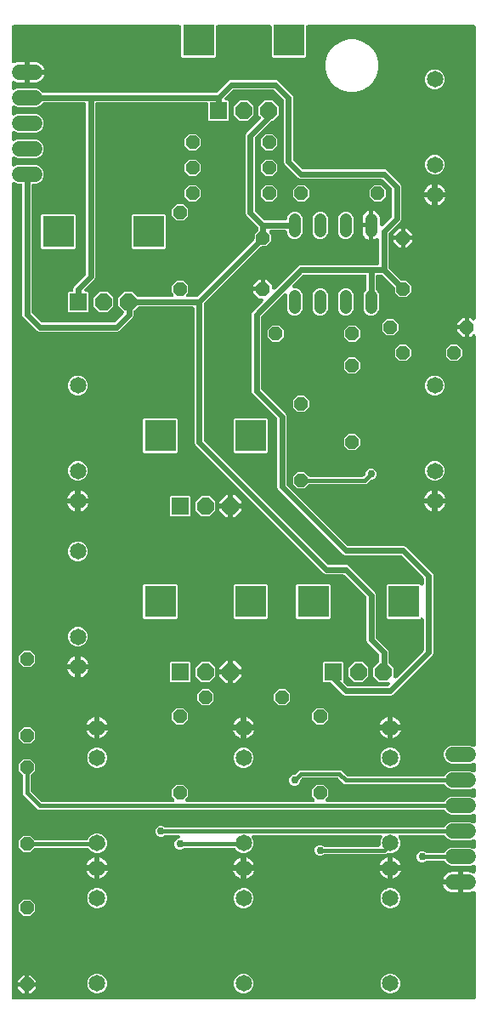
<source format=gbr>
G04 EAGLE Gerber RS-274X export*
G75*
%MOMM*%
%FSLAX34Y34*%
%LPD*%
%INBottom Copper*%
%IPPOS*%
%AMOC8*
5,1,8,0,0,1.08239X$1,22.5*%
G01*
%ADD10P,1.429621X8X202.500000*%
%ADD11P,1.429621X8X292.500000*%
%ADD12P,1.429621X8X112.500000*%
%ADD13C,1.650000*%
%ADD14R,1.676400X1.676400*%
%ADD15P,1.814519X8X292.500000*%
%ADD16R,3.116000X3.116000*%
%ADD17P,1.429621X8X22.500000*%
%ADD18C,1.524000*%
%ADD19C,1.208000*%
%ADD20C,0.609600*%
%ADD21C,0.406400*%
%ADD22C,0.756400*%

G36*
X470426Y10163D02*
X470426Y10163D01*
X470444Y10161D01*
X470626Y10182D01*
X470809Y10201D01*
X470826Y10206D01*
X470843Y10208D01*
X471018Y10265D01*
X471194Y10319D01*
X471209Y10327D01*
X471226Y10333D01*
X471386Y10423D01*
X471548Y10511D01*
X471561Y10522D01*
X471577Y10531D01*
X471716Y10651D01*
X471857Y10768D01*
X471868Y10782D01*
X471882Y10794D01*
X471994Y10939D01*
X472109Y11082D01*
X472117Y11098D01*
X472128Y11112D01*
X472210Y11277D01*
X472295Y11439D01*
X472300Y11456D01*
X472308Y11472D01*
X472355Y11651D01*
X472406Y11826D01*
X472408Y11844D01*
X472412Y11861D01*
X472439Y12192D01*
X472439Y116164D01*
X472430Y116257D01*
X472431Y116350D01*
X472410Y116457D01*
X472399Y116564D01*
X472372Y116654D01*
X472354Y116745D01*
X472313Y116846D01*
X472281Y116949D01*
X472237Y117031D01*
X472201Y117118D01*
X472141Y117208D01*
X472089Y117303D01*
X472030Y117375D01*
X471978Y117453D01*
X471901Y117529D01*
X471832Y117613D01*
X471759Y117671D01*
X471693Y117737D01*
X471602Y117797D01*
X471518Y117865D01*
X471435Y117908D01*
X471358Y117960D01*
X471257Y118001D01*
X471161Y118051D01*
X471071Y118076D01*
X470985Y118112D01*
X470878Y118132D01*
X470774Y118162D01*
X470681Y118170D01*
X470589Y118187D01*
X470481Y118186D01*
X470372Y118195D01*
X470280Y118184D01*
X470187Y118183D01*
X470080Y118161D01*
X469973Y118148D01*
X469884Y118119D01*
X469793Y118100D01*
X469669Y118049D01*
X469590Y118023D01*
X469547Y117999D01*
X469486Y117974D01*
X468720Y117584D01*
X467199Y117089D01*
X465620Y116839D01*
X459739Y116839D01*
X459739Y126492D01*
X459737Y126510D01*
X459739Y126527D01*
X459718Y126710D01*
X459699Y126892D01*
X459694Y126909D01*
X459692Y126927D01*
X459667Y127005D01*
X459706Y127142D01*
X459708Y127160D01*
X459712Y127177D01*
X459739Y127508D01*
X459739Y137161D01*
X465620Y137161D01*
X467199Y136911D01*
X468720Y136416D01*
X469486Y136026D01*
X469573Y135992D01*
X469655Y135949D01*
X469760Y135919D01*
X469861Y135880D01*
X469953Y135864D01*
X470042Y135838D01*
X470151Y135829D01*
X470257Y135810D01*
X470351Y135813D01*
X470444Y135805D01*
X470551Y135818D01*
X470660Y135821D01*
X470751Y135841D01*
X470843Y135852D01*
X470947Y135886D01*
X471053Y135910D01*
X471138Y135948D01*
X471226Y135977D01*
X471321Y136030D01*
X471420Y136075D01*
X471496Y136129D01*
X471577Y136175D01*
X471659Y136246D01*
X471747Y136309D01*
X471811Y136377D01*
X471882Y136438D01*
X471948Y136524D01*
X472022Y136603D01*
X472071Y136683D01*
X472128Y136756D01*
X472177Y136853D01*
X472234Y136946D01*
X472266Y137033D01*
X472308Y137117D01*
X472336Y137222D01*
X472373Y137323D01*
X472388Y137415D01*
X472412Y137505D01*
X472423Y137639D01*
X472436Y137721D01*
X472434Y137771D01*
X472439Y137836D01*
X472439Y142618D01*
X472438Y142631D01*
X472439Y142644D01*
X472418Y142831D01*
X472399Y143018D01*
X472395Y143031D01*
X472394Y143045D01*
X472336Y143223D01*
X472281Y143403D01*
X472275Y143415D01*
X472271Y143428D01*
X472179Y143592D01*
X472089Y143757D01*
X472081Y143768D01*
X472074Y143779D01*
X471952Y143922D01*
X471832Y144067D01*
X471821Y144075D01*
X471813Y144085D01*
X471664Y144201D01*
X471518Y144319D01*
X471506Y144325D01*
X471496Y144333D01*
X471327Y144418D01*
X471161Y144504D01*
X471148Y144508D01*
X471136Y144514D01*
X470954Y144564D01*
X470774Y144616D01*
X470760Y144617D01*
X470747Y144621D01*
X470559Y144633D01*
X470372Y144649D01*
X470359Y144647D01*
X470346Y144648D01*
X470158Y144624D01*
X469973Y144602D01*
X469960Y144598D01*
X469947Y144596D01*
X469631Y144494D01*
X466639Y143255D01*
X447761Y143255D01*
X444400Y144647D01*
X441827Y147220D01*
X441674Y147589D01*
X441664Y147609D01*
X441657Y147630D01*
X441569Y147786D01*
X441484Y147944D01*
X441470Y147961D01*
X441459Y147981D01*
X441342Y148117D01*
X441228Y148255D01*
X441211Y148269D01*
X441196Y148286D01*
X441055Y148395D01*
X440915Y148508D01*
X440895Y148519D01*
X440878Y148532D01*
X440718Y148612D01*
X440559Y148695D01*
X440537Y148702D01*
X440517Y148712D01*
X440344Y148758D01*
X440172Y148808D01*
X440150Y148810D01*
X440129Y148816D01*
X439798Y148843D01*
X423889Y148843D01*
X423863Y148841D01*
X423836Y148843D01*
X423662Y148821D01*
X423489Y148803D01*
X423463Y148795D01*
X423437Y148792D01*
X423271Y148737D01*
X423104Y148685D01*
X423080Y148672D01*
X423055Y148664D01*
X422903Y148577D01*
X422750Y148493D01*
X422729Y148476D01*
X422706Y148463D01*
X422453Y148248D01*
X422106Y147901D01*
X420156Y147093D01*
X418044Y147093D01*
X416094Y147901D01*
X414601Y149394D01*
X413793Y151344D01*
X413793Y153456D01*
X414601Y155406D01*
X416094Y156899D01*
X418044Y157707D01*
X420156Y157707D01*
X422106Y156899D01*
X422453Y156552D01*
X422474Y156535D01*
X422491Y156514D01*
X422629Y156408D01*
X422765Y156297D01*
X422788Y156284D01*
X422809Y156268D01*
X422966Y156190D01*
X423120Y156108D01*
X423146Y156100D01*
X423170Y156088D01*
X423339Y156043D01*
X423506Y155993D01*
X423533Y155991D01*
X423559Y155984D01*
X423889Y155957D01*
X439798Y155957D01*
X439820Y155959D01*
X439842Y155957D01*
X440020Y155979D01*
X440198Y155997D01*
X440220Y156003D01*
X440242Y156006D01*
X440412Y156062D01*
X440583Y156115D01*
X440603Y156125D01*
X440624Y156132D01*
X440780Y156221D01*
X440937Y156307D01*
X440955Y156321D01*
X440974Y156332D01*
X441109Y156450D01*
X441247Y156564D01*
X441261Y156582D01*
X441277Y156596D01*
X441387Y156739D01*
X441499Y156878D01*
X441509Y156898D01*
X441523Y156916D01*
X441674Y157211D01*
X441827Y157580D01*
X444400Y160153D01*
X447761Y161545D01*
X466639Y161545D01*
X469631Y160306D01*
X469644Y160302D01*
X469655Y160296D01*
X469836Y160244D01*
X470016Y160189D01*
X470029Y160188D01*
X470042Y160184D01*
X470230Y160169D01*
X470417Y160151D01*
X470430Y160152D01*
X470444Y160151D01*
X470631Y160173D01*
X470817Y160193D01*
X470830Y160197D01*
X470843Y160198D01*
X471023Y160257D01*
X471202Y160312D01*
X471213Y160319D01*
X471226Y160323D01*
X471391Y160416D01*
X471555Y160506D01*
X471565Y160514D01*
X471577Y160521D01*
X471719Y160644D01*
X471863Y160765D01*
X471871Y160775D01*
X471882Y160784D01*
X471997Y160933D01*
X472114Y161080D01*
X472120Y161092D01*
X472128Y161102D01*
X472212Y161271D01*
X472298Y161438D01*
X472302Y161451D01*
X472308Y161463D01*
X472357Y161646D01*
X472408Y161825D01*
X472409Y161838D01*
X472412Y161851D01*
X472439Y162182D01*
X472439Y168018D01*
X472438Y168031D01*
X472439Y168045D01*
X472418Y168231D01*
X472399Y168418D01*
X472395Y168431D01*
X472394Y168445D01*
X472336Y168624D01*
X472281Y168803D01*
X472275Y168815D01*
X472271Y168828D01*
X472179Y168993D01*
X472089Y169157D01*
X472081Y169168D01*
X472074Y169179D01*
X471952Y169323D01*
X471832Y169467D01*
X471821Y169475D01*
X471813Y169485D01*
X471664Y169602D01*
X471518Y169719D01*
X471506Y169725D01*
X471496Y169733D01*
X471326Y169818D01*
X471161Y169905D01*
X471148Y169908D01*
X471136Y169914D01*
X470953Y169964D01*
X470774Y170016D01*
X470760Y170017D01*
X470747Y170021D01*
X470559Y170033D01*
X470372Y170049D01*
X470359Y170047D01*
X470346Y170048D01*
X470158Y170024D01*
X469973Y170002D01*
X469960Y169998D01*
X469947Y169996D01*
X469631Y169894D01*
X466639Y168655D01*
X447761Y168655D01*
X444400Y170047D01*
X441827Y172620D01*
X441674Y172989D01*
X441664Y173009D01*
X441657Y173030D01*
X441569Y173186D01*
X441484Y173344D01*
X441470Y173361D01*
X441459Y173381D01*
X441342Y173517D01*
X441228Y173655D01*
X441211Y173669D01*
X441196Y173686D01*
X441055Y173795D01*
X440915Y173908D01*
X440895Y173919D01*
X440878Y173932D01*
X440718Y174012D01*
X440559Y174095D01*
X440537Y174102D01*
X440517Y174112D01*
X440344Y174158D01*
X440172Y174208D01*
X440150Y174210D01*
X440129Y174216D01*
X439798Y174243D01*
X397514Y174243D01*
X397501Y174242D01*
X397488Y174243D01*
X397301Y174222D01*
X397114Y174203D01*
X397101Y174199D01*
X397087Y174198D01*
X396908Y174140D01*
X396729Y174085D01*
X396717Y174079D01*
X396704Y174075D01*
X396539Y173983D01*
X396375Y173893D01*
X396364Y173885D01*
X396353Y173878D01*
X396210Y173756D01*
X396065Y173636D01*
X396057Y173625D01*
X396047Y173617D01*
X395931Y173469D01*
X395813Y173322D01*
X395807Y173310D01*
X395799Y173300D01*
X395714Y173131D01*
X395628Y172965D01*
X395624Y172952D01*
X395618Y172940D01*
X395568Y172759D01*
X395516Y172578D01*
X395515Y172564D01*
X395511Y172551D01*
X395499Y172363D01*
X395483Y172176D01*
X395485Y172163D01*
X395484Y172150D01*
X395508Y171962D01*
X395530Y171777D01*
X395534Y171764D01*
X395536Y171751D01*
X395638Y171435D01*
X397125Y167844D01*
X397125Y163956D01*
X395637Y160363D01*
X392887Y157613D01*
X389602Y156253D01*
X389294Y156125D01*
X385362Y156125D01*
X385325Y156139D01*
X385259Y156150D01*
X385196Y156169D01*
X385061Y156182D01*
X384927Y156204D01*
X384861Y156201D01*
X384795Y156207D01*
X384660Y156193D01*
X384525Y156188D01*
X384461Y156173D01*
X384394Y156166D01*
X384265Y156125D01*
X384134Y156094D01*
X384073Y156066D01*
X384010Y156046D01*
X383891Y155981D01*
X383768Y155924D01*
X383715Y155884D01*
X383657Y155853D01*
X383553Y155766D01*
X383444Y155685D01*
X383392Y155630D01*
X383349Y155594D01*
X383300Y155532D01*
X383217Y155444D01*
X382853Y154989D01*
X382823Y154942D01*
X382786Y154900D01*
X382713Y154773D01*
X382695Y154745D01*
X382639Y154771D01*
X382594Y154781D01*
X382551Y154799D01*
X382398Y154828D01*
X382247Y154864D01*
X382195Y154867D01*
X382155Y154874D01*
X382069Y154874D01*
X381916Y154882D01*
X381371Y154866D01*
X381302Y154857D01*
X381203Y154854D01*
X379788Y154696D01*
X379779Y154698D01*
X379693Y154765D01*
X379541Y154882D01*
X379539Y154883D01*
X379537Y154885D01*
X379358Y154974D01*
X379181Y155062D01*
X379178Y155062D01*
X379176Y155063D01*
X378986Y155114D01*
X378792Y155166D01*
X378789Y155166D01*
X378787Y155167D01*
X378768Y155168D01*
X378461Y155193D01*
X322290Y155193D01*
X322263Y155191D01*
X322236Y155193D01*
X322062Y155171D01*
X321889Y155153D01*
X321863Y155146D01*
X321837Y155142D01*
X321671Y155087D01*
X321504Y155035D01*
X321480Y155022D01*
X321455Y155014D01*
X321303Y154927D01*
X321150Y154843D01*
X321129Y154826D01*
X321106Y154813D01*
X320853Y154598D01*
X320506Y154251D01*
X318556Y153443D01*
X316444Y153443D01*
X314494Y154251D01*
X313001Y155744D01*
X312193Y157694D01*
X312193Y159806D01*
X313001Y161756D01*
X314494Y163249D01*
X316444Y164057D01*
X318556Y164057D01*
X320506Y163249D01*
X320853Y162902D01*
X320874Y162885D01*
X320891Y162864D01*
X321029Y162757D01*
X321165Y162647D01*
X321188Y162634D01*
X321209Y162618D01*
X321366Y162540D01*
X321520Y162458D01*
X321546Y162450D01*
X321570Y162438D01*
X321739Y162393D01*
X321906Y162343D01*
X321933Y162341D01*
X321959Y162334D01*
X322290Y162307D01*
X375544Y162307D01*
X375562Y162309D01*
X375580Y162307D01*
X375762Y162328D01*
X375945Y162347D01*
X375962Y162352D01*
X375979Y162354D01*
X376154Y162411D01*
X376330Y162465D01*
X376345Y162473D01*
X376362Y162479D01*
X376522Y162569D01*
X376684Y162657D01*
X376697Y162668D01*
X376713Y162677D01*
X376852Y162797D01*
X376993Y162914D01*
X377004Y162928D01*
X377018Y162940D01*
X377130Y163085D01*
X377245Y163228D01*
X377253Y163244D01*
X377264Y163258D01*
X377346Y163423D01*
X377431Y163585D01*
X377436Y163602D01*
X377444Y163618D01*
X377491Y163797D01*
X377542Y163972D01*
X377544Y163990D01*
X377548Y164007D01*
X377575Y164338D01*
X377575Y167844D01*
X379062Y171435D01*
X379066Y171448D01*
X379072Y171459D01*
X379124Y171638D01*
X379179Y171820D01*
X379180Y171833D01*
X379184Y171846D01*
X379199Y172034D01*
X379217Y172221D01*
X379216Y172234D01*
X379217Y172248D01*
X379195Y172435D01*
X379175Y172621D01*
X379171Y172634D01*
X379170Y172647D01*
X379111Y172827D01*
X379056Y173006D01*
X379049Y173017D01*
X379045Y173030D01*
X378952Y173195D01*
X378862Y173359D01*
X378854Y173369D01*
X378847Y173381D01*
X378724Y173523D01*
X378603Y173667D01*
X378593Y173675D01*
X378584Y173686D01*
X378435Y173801D01*
X378288Y173918D01*
X378276Y173924D01*
X378266Y173932D01*
X378097Y174016D01*
X377930Y174102D01*
X377917Y174106D01*
X377905Y174112D01*
X377723Y174161D01*
X377543Y174212D01*
X377530Y174213D01*
X377517Y174216D01*
X377186Y174243D01*
X251464Y174243D01*
X251451Y174242D01*
X251438Y174243D01*
X251251Y174222D01*
X251064Y174203D01*
X251051Y174199D01*
X251037Y174198D01*
X250858Y174140D01*
X250679Y174085D01*
X250667Y174079D01*
X250654Y174075D01*
X250489Y173983D01*
X250325Y173893D01*
X250314Y173885D01*
X250303Y173878D01*
X250160Y173756D01*
X250015Y173636D01*
X250007Y173625D01*
X249997Y173617D01*
X249881Y173469D01*
X249763Y173322D01*
X249757Y173310D01*
X249749Y173300D01*
X249664Y173131D01*
X249578Y172965D01*
X249574Y172952D01*
X249568Y172940D01*
X249518Y172759D01*
X249466Y172578D01*
X249465Y172564D01*
X249461Y172551D01*
X249449Y172363D01*
X249433Y172176D01*
X249435Y172163D01*
X249434Y172150D01*
X249458Y171962D01*
X249480Y171777D01*
X249484Y171764D01*
X249486Y171751D01*
X249588Y171435D01*
X251075Y167844D01*
X251075Y163956D01*
X249587Y160363D01*
X246837Y157613D01*
X243552Y156253D01*
X243244Y156125D01*
X239356Y156125D01*
X235763Y157613D01*
X233001Y160376D01*
X232938Y160487D01*
X232854Y160644D01*
X232840Y160661D01*
X232829Y160681D01*
X232711Y160817D01*
X232597Y160955D01*
X232580Y160969D01*
X232565Y160986D01*
X232424Y161095D01*
X232285Y161208D01*
X232265Y161219D01*
X232247Y161232D01*
X232087Y161312D01*
X231928Y161395D01*
X231907Y161402D01*
X231887Y161412D01*
X231713Y161458D01*
X231542Y161508D01*
X231520Y161510D01*
X231498Y161516D01*
X231167Y161543D01*
X182590Y161543D01*
X182563Y161541D01*
X182536Y161543D01*
X182362Y161521D01*
X182189Y161503D01*
X182163Y161496D01*
X182137Y161492D01*
X181971Y161437D01*
X181804Y161385D01*
X181780Y161372D01*
X181755Y161364D01*
X181603Y161277D01*
X181450Y161193D01*
X181429Y161176D01*
X181406Y161163D01*
X181153Y160948D01*
X180806Y160601D01*
X178856Y159793D01*
X176744Y159793D01*
X174794Y160601D01*
X173301Y162094D01*
X172493Y164044D01*
X172493Y166156D01*
X173301Y168106D01*
X174794Y169599D01*
X176572Y170335D01*
X176576Y170338D01*
X176580Y170339D01*
X176752Y170432D01*
X176927Y170526D01*
X176931Y170528D01*
X176934Y170531D01*
X177085Y170656D01*
X177237Y170782D01*
X177240Y170785D01*
X177244Y170788D01*
X177366Y170940D01*
X177491Y171095D01*
X177493Y171099D01*
X177496Y171102D01*
X177586Y171275D01*
X177678Y171451D01*
X177680Y171455D01*
X177682Y171459D01*
X177736Y171647D01*
X177791Y171838D01*
X177792Y171842D01*
X177793Y171846D01*
X177809Y172044D01*
X177826Y172239D01*
X177825Y172243D01*
X177826Y172248D01*
X177803Y172438D01*
X177781Y172639D01*
X177779Y172643D01*
X177779Y172647D01*
X177718Y172833D01*
X177658Y173022D01*
X177655Y173026D01*
X177654Y173030D01*
X177557Y173202D01*
X177461Y173374D01*
X177458Y173377D01*
X177456Y173381D01*
X177328Y173529D01*
X177199Y173679D01*
X177196Y173682D01*
X177193Y173686D01*
X177038Y173806D01*
X176882Y173928D01*
X176878Y173930D01*
X176875Y173932D01*
X176699Y174020D01*
X176523Y174108D01*
X176518Y174110D01*
X176514Y174112D01*
X176323Y174163D01*
X176134Y174215D01*
X176130Y174215D01*
X176126Y174216D01*
X175795Y174243D01*
X163540Y174243D01*
X163513Y174241D01*
X163486Y174243D01*
X163312Y174221D01*
X163139Y174203D01*
X163113Y174196D01*
X163087Y174192D01*
X162921Y174137D01*
X162754Y174085D01*
X162730Y174072D01*
X162705Y174064D01*
X162553Y173977D01*
X162400Y173893D01*
X162379Y173876D01*
X162356Y173863D01*
X162103Y173648D01*
X161756Y173301D01*
X159828Y172503D01*
X159806Y172493D01*
X157694Y172493D01*
X155744Y173301D01*
X154251Y174794D01*
X153443Y176744D01*
X153443Y178856D01*
X154251Y180806D01*
X155744Y182299D01*
X157376Y182975D01*
X157694Y183107D01*
X159806Y183107D01*
X161756Y182299D01*
X162103Y181952D01*
X162124Y181935D01*
X162141Y181914D01*
X162279Y181807D01*
X162415Y181697D01*
X162438Y181684D01*
X162459Y181668D01*
X162616Y181590D01*
X162770Y181508D01*
X162796Y181500D01*
X162820Y181488D01*
X162989Y181443D01*
X163156Y181393D01*
X163183Y181391D01*
X163209Y181384D01*
X163540Y181357D01*
X439798Y181357D01*
X439820Y181359D01*
X439842Y181357D01*
X440020Y181379D01*
X440198Y181397D01*
X440220Y181403D01*
X440242Y181406D01*
X440412Y181462D01*
X440583Y181515D01*
X440603Y181525D01*
X440624Y181532D01*
X440780Y181621D01*
X440937Y181707D01*
X440955Y181721D01*
X440974Y181732D01*
X441109Y181850D01*
X441247Y181964D01*
X441261Y181982D01*
X441277Y181996D01*
X441387Y182139D01*
X441499Y182278D01*
X441509Y182298D01*
X441523Y182316D01*
X441674Y182611D01*
X441827Y182980D01*
X444400Y185553D01*
X447761Y186945D01*
X466639Y186945D01*
X469631Y185706D01*
X469644Y185702D01*
X469655Y185695D01*
X469835Y185644D01*
X470016Y185589D01*
X470029Y185588D01*
X470042Y185584D01*
X470230Y185569D01*
X470417Y185551D01*
X470430Y185552D01*
X470444Y185551D01*
X470630Y185573D01*
X470817Y185593D01*
X470830Y185597D01*
X470843Y185598D01*
X471022Y185656D01*
X471202Y185712D01*
X471213Y185719D01*
X471226Y185723D01*
X471390Y185815D01*
X471555Y185906D01*
X471565Y185914D01*
X471577Y185921D01*
X471719Y186043D01*
X471863Y186165D01*
X471871Y186175D01*
X471882Y186184D01*
X471996Y186332D01*
X472114Y186480D01*
X472120Y186492D01*
X472128Y186502D01*
X472212Y186670D01*
X472298Y186838D01*
X472302Y186851D01*
X472308Y186863D01*
X472357Y187045D01*
X472408Y187225D01*
X472409Y187238D01*
X472412Y187251D01*
X472439Y187582D01*
X472439Y193418D01*
X472438Y193431D01*
X472439Y193445D01*
X472418Y193631D01*
X472399Y193818D01*
X472395Y193831D01*
X472394Y193845D01*
X472336Y194024D01*
X472281Y194203D01*
X472275Y194215D01*
X472271Y194228D01*
X472179Y194393D01*
X472089Y194557D01*
X472081Y194568D01*
X472074Y194579D01*
X471952Y194723D01*
X471832Y194867D01*
X471821Y194875D01*
X471813Y194885D01*
X471664Y195002D01*
X471518Y195119D01*
X471506Y195125D01*
X471496Y195133D01*
X471326Y195218D01*
X471161Y195305D01*
X471148Y195308D01*
X471136Y195314D01*
X470953Y195364D01*
X470774Y195416D01*
X470760Y195417D01*
X470747Y195421D01*
X470559Y195433D01*
X470372Y195449D01*
X470359Y195447D01*
X470346Y195448D01*
X470158Y195424D01*
X469973Y195402D01*
X469960Y195398D01*
X469947Y195396D01*
X469631Y195294D01*
X466639Y194055D01*
X447761Y194055D01*
X444400Y195447D01*
X441827Y198020D01*
X441674Y198389D01*
X441664Y198409D01*
X441657Y198430D01*
X441569Y198586D01*
X441484Y198744D01*
X441470Y198761D01*
X441459Y198781D01*
X441342Y198917D01*
X441228Y199055D01*
X441211Y199069D01*
X441196Y199086D01*
X441055Y199195D01*
X440915Y199308D01*
X440895Y199319D01*
X440878Y199332D01*
X440718Y199412D01*
X440559Y199495D01*
X440537Y199502D01*
X440517Y199512D01*
X440344Y199558D01*
X440172Y199608D01*
X440150Y199610D01*
X440129Y199616D01*
X439798Y199643D01*
X36627Y199643D01*
X21843Y214427D01*
X21843Y232520D01*
X21841Y232546D01*
X21843Y232573D01*
X21821Y232747D01*
X21803Y232920D01*
X21796Y232946D01*
X21792Y232972D01*
X21736Y233138D01*
X21685Y233305D01*
X21672Y233329D01*
X21664Y233354D01*
X21577Y233506D01*
X21493Y233659D01*
X21476Y233680D01*
X21463Y233703D01*
X21248Y233956D01*
X17271Y237933D01*
X17271Y244667D01*
X22033Y249429D01*
X28767Y249429D01*
X33529Y244667D01*
X33529Y237933D01*
X29552Y233956D01*
X29535Y233935D01*
X29514Y233918D01*
X29407Y233780D01*
X29297Y233644D01*
X29284Y233621D01*
X29268Y233600D01*
X29190Y233443D01*
X29108Y233289D01*
X29100Y233263D01*
X29088Y233239D01*
X29043Y233070D01*
X28993Y232903D01*
X28991Y232876D01*
X28984Y232850D01*
X28957Y232520D01*
X28957Y218215D01*
X28959Y218188D01*
X28957Y218161D01*
X28979Y217987D01*
X28997Y217814D01*
X29004Y217789D01*
X29008Y217762D01*
X29063Y217596D01*
X29115Y217429D01*
X29128Y217406D01*
X29136Y217380D01*
X29223Y217229D01*
X29307Y217075D01*
X29324Y217055D01*
X29337Y217031D01*
X29552Y216778D01*
X38978Y207352D01*
X38999Y207335D01*
X39017Y207314D01*
X39154Y207207D01*
X39290Y207097D01*
X39313Y207084D01*
X39335Y207068D01*
X39492Y206990D01*
X39646Y206908D01*
X39671Y206900D01*
X39695Y206888D01*
X39865Y206843D01*
X40031Y206793D01*
X40058Y206791D01*
X40084Y206784D01*
X40415Y206757D01*
X170544Y206757D01*
X170552Y206758D01*
X170561Y206757D01*
X170753Y206778D01*
X170944Y206797D01*
X170953Y206799D01*
X170962Y206800D01*
X171144Y206858D01*
X171329Y206915D01*
X171337Y206919D01*
X171346Y206922D01*
X171514Y207015D01*
X171683Y207107D01*
X171690Y207112D01*
X171698Y207117D01*
X171845Y207241D01*
X171992Y207364D01*
X171998Y207371D01*
X172005Y207377D01*
X172124Y207528D01*
X172245Y207678D01*
X172249Y207686D01*
X172254Y207693D01*
X172342Y207866D01*
X172430Y208035D01*
X172433Y208044D01*
X172437Y208052D01*
X172489Y208238D01*
X172542Y208422D01*
X172542Y208431D01*
X172545Y208440D01*
X172559Y208633D01*
X172575Y208824D01*
X172574Y208832D01*
X172574Y208841D01*
X172550Y209034D01*
X172528Y209223D01*
X172525Y209232D01*
X172524Y209241D01*
X172462Y209424D01*
X172403Y209606D01*
X172398Y209614D01*
X172396Y209622D01*
X172300Y209788D01*
X172205Y209957D01*
X172199Y209964D01*
X172195Y209971D01*
X171980Y210224D01*
X169671Y212533D01*
X169671Y219267D01*
X174433Y224029D01*
X181167Y224029D01*
X185929Y219267D01*
X185929Y212533D01*
X183620Y210224D01*
X183614Y210217D01*
X183608Y210212D01*
X183487Y210062D01*
X183365Y209913D01*
X183361Y209905D01*
X183355Y209898D01*
X183267Y209728D01*
X183176Y209557D01*
X183174Y209548D01*
X183170Y209541D01*
X183116Y209355D01*
X183062Y209171D01*
X183061Y209162D01*
X183058Y209154D01*
X183043Y208963D01*
X183025Y208770D01*
X183026Y208761D01*
X183025Y208752D01*
X183048Y208563D01*
X183069Y208370D01*
X183071Y208361D01*
X183072Y208353D01*
X183132Y208171D01*
X183190Y207986D01*
X183194Y207978D01*
X183197Y207970D01*
X183292Y207801D01*
X183385Y207634D01*
X183391Y207627D01*
X183395Y207619D01*
X183521Y207473D01*
X183645Y207327D01*
X183652Y207321D01*
X183658Y207314D01*
X183810Y207197D01*
X183961Y207077D01*
X183969Y207073D01*
X183976Y207068D01*
X184148Y206982D01*
X184320Y206895D01*
X184329Y206892D01*
X184337Y206888D01*
X184523Y206838D01*
X184708Y206787D01*
X184717Y206786D01*
X184726Y206784D01*
X185056Y206757D01*
X310244Y206757D01*
X310252Y206758D01*
X310261Y206757D01*
X310453Y206778D01*
X310644Y206797D01*
X310653Y206799D01*
X310662Y206800D01*
X310844Y206858D01*
X311029Y206915D01*
X311037Y206919D01*
X311046Y206922D01*
X311214Y207015D01*
X311383Y207107D01*
X311390Y207112D01*
X311398Y207117D01*
X311545Y207241D01*
X311692Y207364D01*
X311698Y207371D01*
X311705Y207377D01*
X311824Y207528D01*
X311945Y207678D01*
X311949Y207686D01*
X311954Y207693D01*
X312042Y207866D01*
X312130Y208035D01*
X312133Y208044D01*
X312137Y208052D01*
X312189Y208238D01*
X312242Y208422D01*
X312242Y208431D01*
X312245Y208440D01*
X312259Y208633D01*
X312275Y208824D01*
X312274Y208832D01*
X312274Y208841D01*
X312250Y209034D01*
X312228Y209223D01*
X312225Y209232D01*
X312224Y209241D01*
X312162Y209424D01*
X312103Y209606D01*
X312098Y209614D01*
X312096Y209622D01*
X312000Y209788D01*
X311905Y209957D01*
X311899Y209964D01*
X311895Y209971D01*
X311680Y210224D01*
X309371Y212533D01*
X309371Y219267D01*
X314133Y224029D01*
X320867Y224029D01*
X325629Y219267D01*
X325629Y212533D01*
X323320Y210224D01*
X323314Y210217D01*
X323308Y210212D01*
X323187Y210062D01*
X323065Y209913D01*
X323061Y209905D01*
X323055Y209898D01*
X322967Y209728D01*
X322876Y209557D01*
X322874Y209548D01*
X322870Y209541D01*
X322816Y209355D01*
X322762Y209171D01*
X322761Y209162D01*
X322758Y209154D01*
X322743Y208963D01*
X322725Y208770D01*
X322726Y208761D01*
X322725Y208752D01*
X322748Y208563D01*
X322769Y208370D01*
X322771Y208361D01*
X322772Y208353D01*
X322832Y208171D01*
X322890Y207986D01*
X322894Y207978D01*
X322897Y207970D01*
X322992Y207801D01*
X323085Y207634D01*
X323091Y207627D01*
X323095Y207619D01*
X323221Y207473D01*
X323345Y207327D01*
X323352Y207321D01*
X323358Y207314D01*
X323510Y207197D01*
X323661Y207077D01*
X323669Y207073D01*
X323676Y207068D01*
X323848Y206982D01*
X324020Y206895D01*
X324029Y206892D01*
X324037Y206888D01*
X324223Y206838D01*
X324408Y206787D01*
X324417Y206786D01*
X324426Y206784D01*
X324756Y206757D01*
X439798Y206757D01*
X439820Y206759D01*
X439842Y206757D01*
X440020Y206779D01*
X440198Y206797D01*
X440220Y206803D01*
X440242Y206806D01*
X440412Y206862D01*
X440583Y206915D01*
X440603Y206925D01*
X440624Y206932D01*
X440780Y207021D01*
X440937Y207107D01*
X440955Y207121D01*
X440974Y207132D01*
X441109Y207250D01*
X441247Y207364D01*
X441261Y207382D01*
X441277Y207396D01*
X441387Y207539D01*
X441499Y207678D01*
X441509Y207698D01*
X441523Y207716D01*
X441674Y208011D01*
X441827Y208380D01*
X444400Y210953D01*
X447761Y212345D01*
X466639Y212345D01*
X469631Y211106D01*
X469644Y211102D01*
X469655Y211095D01*
X469835Y211044D01*
X470016Y210989D01*
X470029Y210988D01*
X470042Y210984D01*
X470230Y210969D01*
X470417Y210951D01*
X470430Y210952D01*
X470444Y210951D01*
X470630Y210973D01*
X470817Y210993D01*
X470830Y210997D01*
X470843Y210998D01*
X471022Y211056D01*
X471202Y211112D01*
X471213Y211119D01*
X471226Y211123D01*
X471390Y211215D01*
X471555Y211306D01*
X471565Y211314D01*
X471577Y211321D01*
X471719Y211443D01*
X471863Y211565D01*
X471871Y211575D01*
X471882Y211584D01*
X471996Y211732D01*
X472114Y211880D01*
X472120Y211892D01*
X472128Y211902D01*
X472212Y212070D01*
X472298Y212238D01*
X472302Y212251D01*
X472308Y212263D01*
X472357Y212445D01*
X472408Y212625D01*
X472409Y212638D01*
X472412Y212651D01*
X472439Y212982D01*
X472439Y218818D01*
X472438Y218831D01*
X472439Y218845D01*
X472418Y219030D01*
X472399Y219218D01*
X472395Y219231D01*
X472394Y219245D01*
X472336Y219424D01*
X472281Y219603D01*
X472275Y219615D01*
X472271Y219628D01*
X472179Y219793D01*
X472089Y219957D01*
X472081Y219968D01*
X472074Y219979D01*
X471952Y220123D01*
X471832Y220267D01*
X471821Y220275D01*
X471813Y220285D01*
X471664Y220402D01*
X471518Y220519D01*
X471506Y220525D01*
X471496Y220533D01*
X471326Y220618D01*
X471161Y220705D01*
X471148Y220708D01*
X471136Y220714D01*
X470953Y220764D01*
X470774Y220816D01*
X470760Y220817D01*
X470747Y220821D01*
X470559Y220833D01*
X470372Y220849D01*
X470359Y220847D01*
X470346Y220848D01*
X470158Y220824D01*
X469973Y220802D01*
X469960Y220798D01*
X469947Y220796D01*
X469631Y220694D01*
X466639Y219455D01*
X447761Y219455D01*
X444400Y220847D01*
X441827Y223420D01*
X441674Y223789D01*
X441664Y223809D01*
X441657Y223830D01*
X441569Y223986D01*
X441484Y224144D01*
X441470Y224161D01*
X441459Y224181D01*
X441342Y224317D01*
X441228Y224455D01*
X441211Y224469D01*
X441196Y224486D01*
X441055Y224595D01*
X440915Y224708D01*
X440895Y224719D01*
X440878Y224732D01*
X440718Y224812D01*
X440559Y224895D01*
X440537Y224902D01*
X440517Y224912D01*
X440344Y224958D01*
X440172Y225008D01*
X440150Y225010D01*
X440129Y225016D01*
X439798Y225043D01*
X341427Y225043D01*
X335672Y230798D01*
X335651Y230815D01*
X335633Y230836D01*
X335496Y230943D01*
X335360Y231053D01*
X335337Y231066D01*
X335315Y231082D01*
X335158Y231160D01*
X335004Y231242D01*
X334979Y231250D01*
X334955Y231262D01*
X334785Y231307D01*
X334619Y231357D01*
X334592Y231359D01*
X334566Y231366D01*
X334235Y231393D01*
X300765Y231393D01*
X300738Y231391D01*
X300711Y231393D01*
X300537Y231371D01*
X300364Y231353D01*
X300339Y231346D01*
X300312Y231342D01*
X300146Y231287D01*
X299979Y231235D01*
X299956Y231222D01*
X299930Y231214D01*
X299779Y231127D01*
X299625Y231043D01*
X299605Y231026D01*
X299581Y231013D01*
X299328Y230798D01*
X298002Y229472D01*
X297985Y229451D01*
X297964Y229433D01*
X297857Y229296D01*
X297747Y229160D01*
X297734Y229137D01*
X297718Y229115D01*
X297640Y228958D01*
X297558Y228804D01*
X297550Y228779D01*
X297538Y228755D01*
X297493Y228585D01*
X297443Y228419D01*
X297441Y228392D01*
X297434Y228366D01*
X297407Y228035D01*
X297407Y227544D01*
X296599Y225594D01*
X295106Y224101D01*
X293156Y223293D01*
X291044Y223293D01*
X289094Y224101D01*
X287601Y225594D01*
X286793Y227544D01*
X286793Y229656D01*
X287601Y231606D01*
X289094Y233099D01*
X291044Y233907D01*
X291535Y233907D01*
X291562Y233909D01*
X291589Y233907D01*
X291763Y233929D01*
X291936Y233947D01*
X291961Y233954D01*
X291988Y233958D01*
X292154Y234013D01*
X292321Y234065D01*
X292344Y234078D01*
X292370Y234086D01*
X292521Y234173D01*
X292675Y234257D01*
X292695Y234274D01*
X292719Y234287D01*
X292972Y234502D01*
X296977Y238507D01*
X338023Y238507D01*
X343778Y232752D01*
X343799Y232735D01*
X343817Y232714D01*
X343954Y232607D01*
X344090Y232497D01*
X344113Y232484D01*
X344135Y232468D01*
X344292Y232390D01*
X344446Y232308D01*
X344471Y232300D01*
X344495Y232288D01*
X344665Y232243D01*
X344831Y232193D01*
X344858Y232191D01*
X344884Y232184D01*
X345215Y232157D01*
X439798Y232157D01*
X439820Y232159D01*
X439842Y232157D01*
X440020Y232179D01*
X440198Y232197D01*
X440220Y232203D01*
X440242Y232206D01*
X440412Y232262D01*
X440583Y232315D01*
X440603Y232325D01*
X440624Y232332D01*
X440780Y232421D01*
X440937Y232507D01*
X440955Y232521D01*
X440974Y232532D01*
X441109Y232650D01*
X441247Y232764D01*
X441261Y232782D01*
X441277Y232796D01*
X441387Y232939D01*
X441499Y233078D01*
X441509Y233098D01*
X441523Y233116D01*
X441674Y233411D01*
X441827Y233780D01*
X444400Y236353D01*
X447761Y237745D01*
X466639Y237745D01*
X469631Y236506D01*
X469644Y236502D01*
X469655Y236495D01*
X469835Y236444D01*
X470016Y236389D01*
X470029Y236388D01*
X470042Y236384D01*
X470230Y236369D01*
X470417Y236351D01*
X470430Y236352D01*
X470444Y236351D01*
X470630Y236373D01*
X470817Y236393D01*
X470830Y236397D01*
X470843Y236398D01*
X471022Y236456D01*
X471202Y236512D01*
X471213Y236519D01*
X471226Y236523D01*
X471390Y236615D01*
X471555Y236706D01*
X471565Y236714D01*
X471577Y236721D01*
X471719Y236843D01*
X471863Y236965D01*
X471871Y236975D01*
X471882Y236984D01*
X471996Y237132D01*
X472114Y237280D01*
X472120Y237292D01*
X472128Y237302D01*
X472212Y237470D01*
X472298Y237638D01*
X472302Y237651D01*
X472308Y237663D01*
X472357Y237845D01*
X472408Y238025D01*
X472409Y238038D01*
X472412Y238051D01*
X472439Y238382D01*
X472439Y244218D01*
X472438Y244231D01*
X472439Y244245D01*
X472418Y244431D01*
X472399Y244618D01*
X472395Y244631D01*
X472394Y244645D01*
X472336Y244824D01*
X472281Y245003D01*
X472275Y245015D01*
X472271Y245028D01*
X472179Y245193D01*
X472089Y245357D01*
X472081Y245368D01*
X472074Y245379D01*
X471952Y245523D01*
X471832Y245667D01*
X471821Y245675D01*
X471813Y245685D01*
X471664Y245802D01*
X471518Y245919D01*
X471506Y245925D01*
X471496Y245933D01*
X471326Y246018D01*
X471161Y246105D01*
X471148Y246108D01*
X471136Y246114D01*
X470953Y246164D01*
X470774Y246216D01*
X470760Y246217D01*
X470747Y246221D01*
X470559Y246233D01*
X470372Y246249D01*
X470359Y246247D01*
X470346Y246248D01*
X470158Y246224D01*
X469973Y246202D01*
X469960Y246198D01*
X469947Y246196D01*
X469631Y246094D01*
X466639Y244855D01*
X447761Y244855D01*
X444400Y246247D01*
X441827Y248820D01*
X440435Y252181D01*
X440435Y255819D01*
X441827Y259180D01*
X444400Y261753D01*
X447761Y263145D01*
X466639Y263145D01*
X469631Y261906D01*
X469644Y261902D01*
X469655Y261895D01*
X469835Y261844D01*
X470016Y261789D01*
X470029Y261788D01*
X470042Y261784D01*
X470230Y261769D01*
X470417Y261751D01*
X470430Y261752D01*
X470444Y261751D01*
X470630Y261773D01*
X470817Y261793D01*
X470830Y261797D01*
X470843Y261798D01*
X471022Y261856D01*
X471202Y261912D01*
X471213Y261919D01*
X471226Y261923D01*
X471390Y262015D01*
X471555Y262106D01*
X471565Y262114D01*
X471577Y262121D01*
X471719Y262243D01*
X471863Y262365D01*
X471871Y262375D01*
X471882Y262384D01*
X471996Y262532D01*
X472114Y262680D01*
X472120Y262692D01*
X472128Y262702D01*
X472212Y262870D01*
X472298Y263038D01*
X472302Y263051D01*
X472308Y263063D01*
X472357Y263245D01*
X472408Y263425D01*
X472409Y263438D01*
X472412Y263451D01*
X472439Y263782D01*
X472439Y670503D01*
X472438Y670512D01*
X472439Y670521D01*
X472418Y670712D01*
X472399Y670903D01*
X472397Y670912D01*
X472396Y670921D01*
X472338Y671103D01*
X472281Y671288D01*
X472277Y671296D01*
X472274Y671305D01*
X472181Y671473D01*
X472089Y671642D01*
X472084Y671649D01*
X472079Y671657D01*
X471954Y671805D01*
X471832Y671952D01*
X471825Y671957D01*
X471819Y671964D01*
X471667Y672084D01*
X471518Y672204D01*
X471510Y672208D01*
X471503Y672214D01*
X471331Y672301D01*
X471161Y672389D01*
X471152Y672392D01*
X471144Y672396D01*
X470958Y672448D01*
X470774Y672501D01*
X470765Y672502D01*
X470756Y672504D01*
X470564Y672518D01*
X470372Y672534D01*
X470364Y672533D01*
X470355Y672533D01*
X470162Y672509D01*
X469973Y672487D01*
X469964Y672484D01*
X469955Y672483D01*
X469772Y672421D01*
X469590Y672362D01*
X469582Y672358D01*
X469574Y672355D01*
X469408Y672259D01*
X469239Y672164D01*
X469232Y672158D01*
X469225Y672154D01*
X468972Y671939D01*
X467338Y670305D01*
X465581Y670305D01*
X465581Y679450D01*
X465581Y688595D01*
X467338Y688595D01*
X468972Y686961D01*
X468979Y686955D01*
X468984Y686948D01*
X469134Y686828D01*
X469283Y686706D01*
X469291Y686702D01*
X469298Y686696D01*
X469468Y686608D01*
X469639Y686517D01*
X469648Y686515D01*
X469655Y686511D01*
X469840Y686457D01*
X470025Y686402D01*
X470034Y686402D01*
X470042Y686399D01*
X470233Y686383D01*
X470426Y686366D01*
X470435Y686367D01*
X470444Y686366D01*
X470633Y686388D01*
X470826Y686409D01*
X470835Y686412D01*
X470843Y686413D01*
X471025Y686473D01*
X471210Y686531D01*
X471218Y686535D01*
X471226Y686538D01*
X471395Y686633D01*
X471562Y686726D01*
X471569Y686731D01*
X471577Y686736D01*
X471723Y686862D01*
X471869Y686986D01*
X471875Y686993D01*
X471882Y686999D01*
X471999Y687150D01*
X472119Y687302D01*
X472123Y687310D01*
X472128Y687317D01*
X472214Y687489D01*
X472301Y687661D01*
X472304Y687670D01*
X472308Y687678D01*
X472358Y687864D01*
X472409Y688049D01*
X472410Y688058D01*
X472412Y688066D01*
X472439Y688397D01*
X472439Y978406D01*
X472437Y978423D01*
X472439Y978441D01*
X472418Y978624D01*
X472399Y978806D01*
X472394Y978823D01*
X472392Y978841D01*
X472335Y979015D01*
X472281Y979191D01*
X472273Y979207D01*
X472267Y979224D01*
X472177Y979383D01*
X472089Y979545D01*
X472078Y979559D01*
X472069Y979575D01*
X471949Y979714D01*
X471832Y979854D01*
X471818Y979866D01*
X471806Y979879D01*
X471661Y979992D01*
X471518Y980107D01*
X471502Y980115D01*
X471488Y980126D01*
X471323Y980208D01*
X471161Y980292D01*
X471143Y980297D01*
X471127Y980305D01*
X470950Y980353D01*
X470774Y980404D01*
X470756Y980405D01*
X470738Y980410D01*
X470408Y980437D01*
X305436Y980403D01*
X305418Y980401D01*
X305400Y980402D01*
X305218Y980381D01*
X305035Y980363D01*
X305018Y980357D01*
X305001Y980355D01*
X304826Y980298D01*
X304650Y980244D01*
X304635Y980236D01*
X304618Y980231D01*
X304458Y980140D01*
X304296Y980053D01*
X304283Y980041D01*
X304267Y980033D01*
X304128Y979912D01*
X303987Y979795D01*
X303976Y979781D01*
X303962Y979769D01*
X303850Y979625D01*
X303735Y979481D01*
X303726Y979465D01*
X303716Y979451D01*
X303634Y979287D01*
X303549Y979124D01*
X303544Y979107D01*
X303536Y979091D01*
X303488Y978912D01*
X303438Y978737D01*
X303436Y978719D01*
X303432Y978702D01*
X303405Y978371D01*
X303405Y948988D01*
X302512Y948095D01*
X270088Y948095D01*
X269195Y948988D01*
X269195Y978363D01*
X269193Y978381D01*
X269195Y978399D01*
X269174Y978582D01*
X269155Y978764D01*
X269150Y978781D01*
X269148Y978799D01*
X269091Y978973D01*
X269037Y979149D01*
X269029Y979165D01*
X269023Y979182D01*
X268933Y979341D01*
X268845Y979503D01*
X268834Y979517D01*
X268825Y979533D01*
X268705Y979672D01*
X268588Y979812D01*
X268574Y979823D01*
X268562Y979837D01*
X268416Y979950D01*
X268274Y980065D01*
X268258Y980073D01*
X268244Y980084D01*
X268079Y980166D01*
X267917Y980250D01*
X267899Y980255D01*
X267883Y980263D01*
X267706Y980311D01*
X267530Y980361D01*
X267512Y980363D01*
X267494Y980368D01*
X267164Y980395D01*
X215436Y980384D01*
X215418Y980382D01*
X215400Y980384D01*
X215218Y980362D01*
X215035Y980344D01*
X215018Y980339D01*
X215001Y980337D01*
X214826Y980280D01*
X214650Y980226D01*
X214635Y980217D01*
X214618Y980212D01*
X214458Y980122D01*
X214296Y980034D01*
X214283Y980023D01*
X214267Y980014D01*
X214128Y979894D01*
X213987Y979776D01*
X213976Y979762D01*
X213962Y979751D01*
X213850Y979606D01*
X213735Y979462D01*
X213726Y979447D01*
X213716Y979433D01*
X213634Y979268D01*
X213549Y979105D01*
X213544Y979088D01*
X213536Y979072D01*
X213488Y978894D01*
X213438Y978718D01*
X213436Y978700D01*
X213432Y978683D01*
X213405Y978353D01*
X213405Y948988D01*
X212512Y948095D01*
X180088Y948095D01*
X179195Y948988D01*
X179195Y978345D01*
X179193Y978363D01*
X179195Y978381D01*
X179174Y978563D01*
X179155Y978745D01*
X179150Y978763D01*
X179148Y978781D01*
X179091Y978955D01*
X179037Y979130D01*
X179029Y979146D01*
X179023Y979163D01*
X178933Y979323D01*
X178845Y979484D01*
X178834Y979498D01*
X178825Y979514D01*
X178705Y979653D01*
X178588Y979794D01*
X178574Y979805D01*
X178562Y979819D01*
X178416Y979931D01*
X178274Y980046D01*
X178258Y980054D01*
X178244Y980065D01*
X178079Y980147D01*
X177917Y980231D01*
X177899Y980236D01*
X177883Y980244D01*
X177706Y980292D01*
X177530Y980343D01*
X177512Y980344D01*
X177494Y980349D01*
X177164Y980376D01*
X12192Y980342D01*
X12174Y980340D01*
X12156Y980341D01*
X11974Y980320D01*
X11791Y980302D01*
X11774Y980297D01*
X11757Y980295D01*
X11582Y980238D01*
X11406Y980184D01*
X11391Y980175D01*
X11374Y980170D01*
X11214Y980079D01*
X11052Y979992D01*
X11039Y979980D01*
X11023Y979972D01*
X10884Y979852D01*
X10743Y979734D01*
X10732Y979720D01*
X10718Y979709D01*
X10606Y979564D01*
X10491Y979420D01*
X10482Y979404D01*
X10472Y979391D01*
X10390Y979226D01*
X10305Y979063D01*
X10300Y979046D01*
X10292Y979030D01*
X10244Y978852D01*
X10194Y978676D01*
X10192Y978658D01*
X10188Y978641D01*
X10161Y978311D01*
X10161Y944286D01*
X10170Y944193D01*
X10169Y944100D01*
X10190Y943993D01*
X10201Y943885D01*
X10228Y943796D01*
X10246Y943705D01*
X10287Y943604D01*
X10319Y943501D01*
X10363Y943419D01*
X10399Y943332D01*
X10459Y943242D01*
X10511Y943147D01*
X10570Y943075D01*
X10622Y942997D01*
X10699Y942921D01*
X10768Y942837D01*
X10841Y942779D01*
X10907Y942713D01*
X10997Y942653D01*
X11082Y942585D01*
X11165Y942542D01*
X11242Y942490D01*
X11343Y942449D01*
X11439Y942399D01*
X11529Y942374D01*
X11615Y942338D01*
X11722Y942318D01*
X11826Y942288D01*
X11919Y942280D01*
X12011Y942263D01*
X12119Y942264D01*
X12228Y942255D01*
X12320Y942266D01*
X12413Y942267D01*
X12520Y942289D01*
X12627Y942302D01*
X12716Y942331D01*
X12807Y942350D01*
X12931Y942401D01*
X13010Y942427D01*
X13053Y942451D01*
X13114Y942476D01*
X13880Y942866D01*
X15401Y943361D01*
X16980Y943611D01*
X22861Y943611D01*
X22861Y933958D01*
X22862Y933940D01*
X22861Y933923D01*
X22882Y933740D01*
X22901Y933558D01*
X22906Y933541D01*
X22908Y933523D01*
X22933Y933445D01*
X22894Y933308D01*
X22892Y933290D01*
X22888Y933273D01*
X22861Y932942D01*
X22861Y923289D01*
X16980Y923289D01*
X15401Y923539D01*
X13880Y924034D01*
X13114Y924424D01*
X13027Y924458D01*
X12945Y924501D01*
X12840Y924531D01*
X12739Y924570D01*
X12647Y924586D01*
X12558Y924612D01*
X12449Y924621D01*
X12343Y924640D01*
X12249Y924637D01*
X12156Y924645D01*
X12049Y924632D01*
X11940Y924629D01*
X11849Y924609D01*
X11757Y924598D01*
X11653Y924564D01*
X11548Y924540D01*
X11462Y924502D01*
X11374Y924473D01*
X11279Y924420D01*
X11180Y924375D01*
X11104Y924321D01*
X11023Y924275D01*
X10941Y924204D01*
X10853Y924141D01*
X10789Y924073D01*
X10718Y924012D01*
X10652Y923926D01*
X10578Y923847D01*
X10529Y923768D01*
X10472Y923694D01*
X10423Y923597D01*
X10366Y923504D01*
X10334Y923417D01*
X10292Y923333D01*
X10264Y923229D01*
X10227Y923127D01*
X10212Y923035D01*
X10188Y922945D01*
X10177Y922811D01*
X10164Y922729D01*
X10166Y922680D01*
X10161Y922614D01*
X10161Y917832D01*
X10162Y917819D01*
X10161Y917805D01*
X10182Y917619D01*
X10201Y917432D01*
X10205Y917419D01*
X10206Y917405D01*
X10264Y917226D01*
X10319Y917047D01*
X10325Y917035D01*
X10329Y917022D01*
X10421Y916857D01*
X10511Y916693D01*
X10519Y916682D01*
X10526Y916671D01*
X10648Y916527D01*
X10768Y916383D01*
X10779Y916375D01*
X10787Y916365D01*
X10936Y916248D01*
X11082Y916131D01*
X11094Y916125D01*
X11104Y916117D01*
X11274Y916032D01*
X11439Y915945D01*
X11452Y915942D01*
X11464Y915936D01*
X11647Y915886D01*
X11826Y915834D01*
X11840Y915833D01*
X11853Y915829D01*
X12041Y915817D01*
X12228Y915801D01*
X12241Y915803D01*
X12254Y915802D01*
X12442Y915826D01*
X12627Y915848D01*
X12640Y915852D01*
X12653Y915854D01*
X12969Y915956D01*
X15961Y917195D01*
X34839Y917195D01*
X38200Y915803D01*
X40785Y913218D01*
X40806Y913201D01*
X40823Y913180D01*
X40961Y913073D01*
X41096Y912963D01*
X41120Y912950D01*
X41141Y912934D01*
X41298Y912856D01*
X41452Y912774D01*
X41478Y912766D01*
X41502Y912754D01*
X41671Y912709D01*
X41838Y912659D01*
X41865Y912657D01*
X41891Y912650D01*
X42221Y912623D01*
X213165Y912623D01*
X213191Y912625D01*
X213218Y912623D01*
X213392Y912645D01*
X213565Y912663D01*
X213591Y912670D01*
X213617Y912674D01*
X213783Y912729D01*
X213950Y912781D01*
X213974Y912794D01*
X213999Y912802D01*
X214151Y912889D01*
X214304Y912973D01*
X214325Y912990D01*
X214348Y913003D01*
X214601Y913218D01*
X226010Y924627D01*
X227690Y925323D01*
X273960Y925323D01*
X275640Y924627D01*
X289627Y910640D01*
X290323Y908960D01*
X290323Y847285D01*
X290325Y847259D01*
X290323Y847232D01*
X290345Y847058D01*
X290363Y846885D01*
X290370Y846859D01*
X290374Y846833D01*
X290429Y846667D01*
X290481Y846500D01*
X290494Y846476D01*
X290502Y846451D01*
X290589Y846299D01*
X290673Y846146D01*
X290690Y846125D01*
X290703Y846102D01*
X290918Y845849D01*
X299749Y837018D01*
X299770Y837001D01*
X299787Y836980D01*
X299925Y836873D01*
X300061Y836763D01*
X300084Y836750D01*
X300105Y836734D01*
X300262Y836656D01*
X300416Y836574D01*
X300442Y836566D01*
X300466Y836554D01*
X300635Y836509D01*
X300802Y836459D01*
X300829Y836457D01*
X300855Y836450D01*
X301185Y836423D01*
X381910Y836423D01*
X383590Y835727D01*
X397577Y821740D01*
X398273Y820060D01*
X398273Y786490D01*
X397577Y784810D01*
X386168Y773401D01*
X386151Y773380D01*
X386130Y773363D01*
X386023Y773225D01*
X385913Y773089D01*
X385900Y773066D01*
X385884Y773045D01*
X385806Y772888D01*
X385724Y772734D01*
X385716Y772708D01*
X385704Y772684D01*
X385659Y772515D01*
X385609Y772348D01*
X385607Y772321D01*
X385600Y772295D01*
X385573Y771965D01*
X385573Y739335D01*
X385575Y739309D01*
X385573Y739282D01*
X385595Y739108D01*
X385613Y738935D01*
X385620Y738909D01*
X385624Y738883D01*
X385679Y738717D01*
X385731Y738550D01*
X385744Y738526D01*
X385752Y738501D01*
X385839Y738349D01*
X385923Y738196D01*
X385940Y738175D01*
X385953Y738152D01*
X386168Y737899D01*
X397793Y726274D01*
X397814Y726257D01*
X397831Y726236D01*
X397969Y726129D01*
X398105Y726019D01*
X398128Y726006D01*
X398149Y725990D01*
X398306Y725912D01*
X398460Y725830D01*
X398486Y725822D01*
X398510Y725810D01*
X398679Y725765D01*
X398846Y725715D01*
X398873Y725713D01*
X398899Y725706D01*
X399229Y725679D01*
X403417Y725679D01*
X408179Y720917D01*
X408179Y714183D01*
X403417Y709421D01*
X396683Y709421D01*
X391921Y714183D01*
X391921Y718371D01*
X391919Y718397D01*
X391921Y718424D01*
X391899Y718597D01*
X391881Y718771D01*
X391874Y718797D01*
X391870Y718823D01*
X391815Y718989D01*
X391763Y719156D01*
X391750Y719180D01*
X391742Y719205D01*
X391655Y719357D01*
X391571Y719510D01*
X391554Y719531D01*
X391541Y719554D01*
X391326Y719807D01*
X379701Y731432D01*
X379680Y731449D01*
X379663Y731470D01*
X379525Y731577D01*
X379389Y731687D01*
X379366Y731700D01*
X379345Y731716D01*
X379188Y731794D01*
X379034Y731876D01*
X379008Y731884D01*
X378984Y731896D01*
X378815Y731941D01*
X378648Y731991D01*
X378621Y731993D01*
X378595Y732000D01*
X378265Y732027D01*
X374904Y732027D01*
X374886Y732025D01*
X374868Y732027D01*
X374686Y732006D01*
X374503Y731987D01*
X374486Y731982D01*
X374469Y731980D01*
X374294Y731923D01*
X374118Y731869D01*
X374103Y731861D01*
X374086Y731855D01*
X373926Y731765D01*
X373764Y731677D01*
X373751Y731666D01*
X373735Y731657D01*
X373596Y731537D01*
X373455Y731420D01*
X373444Y731406D01*
X373430Y731394D01*
X373318Y731249D01*
X373203Y731106D01*
X373195Y731090D01*
X373184Y731076D01*
X373102Y730911D01*
X373017Y730749D01*
X373012Y730732D01*
X373004Y730716D01*
X372957Y730537D01*
X372906Y730362D01*
X372904Y730344D01*
X372900Y730327D01*
X372873Y729996D01*
X372873Y717857D01*
X372875Y717830D01*
X372873Y717803D01*
X372895Y717630D01*
X372913Y717456D01*
X372920Y717431D01*
X372924Y717404D01*
X372979Y717238D01*
X373031Y717071D01*
X373044Y717048D01*
X373052Y717022D01*
X373139Y716871D01*
X373223Y716717D01*
X373240Y716697D01*
X373253Y716673D01*
X373468Y716420D01*
X374713Y715175D01*
X375865Y712395D01*
X375865Y697305D01*
X374713Y694525D01*
X372585Y692397D01*
X369805Y691245D01*
X366795Y691245D01*
X364015Y692397D01*
X361887Y694525D01*
X360735Y697305D01*
X360735Y712395D01*
X361887Y715175D01*
X363132Y716420D01*
X363149Y716441D01*
X363170Y716459D01*
X363277Y716597D01*
X363387Y716732D01*
X363400Y716756D01*
X363416Y716777D01*
X363494Y716934D01*
X363576Y717088D01*
X363584Y717113D01*
X363596Y717137D01*
X363641Y717307D01*
X363691Y717474D01*
X363693Y717500D01*
X363700Y717526D01*
X363727Y717857D01*
X363727Y729996D01*
X363725Y730014D01*
X363727Y730032D01*
X363706Y730214D01*
X363687Y730397D01*
X363682Y730414D01*
X363680Y730431D01*
X363623Y730606D01*
X363569Y730782D01*
X363561Y730797D01*
X363555Y730814D01*
X363465Y730974D01*
X363377Y731136D01*
X363366Y731149D01*
X363357Y731165D01*
X363237Y731304D01*
X363120Y731445D01*
X363106Y731456D01*
X363094Y731470D01*
X362949Y731582D01*
X362806Y731697D01*
X362790Y731705D01*
X362776Y731716D01*
X362611Y731798D01*
X362449Y731883D01*
X362432Y731888D01*
X362416Y731896D01*
X362237Y731943D01*
X362062Y731994D01*
X362044Y731996D01*
X362027Y732000D01*
X361696Y732027D01*
X301185Y732027D01*
X301159Y732025D01*
X301132Y732027D01*
X300958Y732005D01*
X300785Y731987D01*
X300759Y731980D01*
X300733Y731976D01*
X300567Y731921D01*
X300400Y731869D01*
X300376Y731856D01*
X300351Y731848D01*
X300199Y731761D01*
X300046Y731677D01*
X300025Y731660D01*
X300002Y731647D01*
X299749Y731432D01*
X290239Y721922D01*
X290233Y721915D01*
X290227Y721910D01*
X290106Y721760D01*
X289984Y721611D01*
X289980Y721603D01*
X289974Y721596D01*
X289886Y721426D01*
X289795Y721255D01*
X289793Y721246D01*
X289789Y721239D01*
X289735Y721053D01*
X289681Y720869D01*
X289680Y720860D01*
X289677Y720852D01*
X289662Y720660D01*
X289644Y720468D01*
X289645Y720459D01*
X289644Y720450D01*
X289667Y720261D01*
X289688Y720068D01*
X289690Y720059D01*
X289691Y720051D01*
X289751Y719869D01*
X289809Y719684D01*
X289813Y719676D01*
X289816Y719668D01*
X289911Y719499D01*
X290004Y719332D01*
X290010Y719325D01*
X290014Y719317D01*
X290140Y719171D01*
X290264Y719025D01*
X290271Y719019D01*
X290277Y719012D01*
X290429Y718895D01*
X290580Y718775D01*
X290588Y718771D01*
X290595Y718766D01*
X290767Y718680D01*
X290939Y718593D01*
X290948Y718590D01*
X290956Y718586D01*
X291142Y718536D01*
X291327Y718485D01*
X291336Y718484D01*
X291345Y718482D01*
X291675Y718455D01*
X293605Y718455D01*
X296385Y717303D01*
X298513Y715175D01*
X299665Y712395D01*
X299665Y697305D01*
X298513Y694525D01*
X296385Y692397D01*
X293605Y691245D01*
X290595Y691245D01*
X287815Y692397D01*
X285687Y694525D01*
X284535Y697305D01*
X284535Y711315D01*
X284534Y711323D01*
X284535Y711332D01*
X284514Y711526D01*
X284495Y711715D01*
X284493Y711724D01*
X284492Y711733D01*
X284433Y711918D01*
X284377Y712100D01*
X284373Y712108D01*
X284370Y712117D01*
X284277Y712286D01*
X284185Y712454D01*
X284180Y712461D01*
X284175Y712469D01*
X284051Y712616D01*
X283928Y712763D01*
X283921Y712769D01*
X283915Y712776D01*
X283763Y712896D01*
X283614Y713016D01*
X283606Y713020D01*
X283599Y713025D01*
X283426Y713113D01*
X283257Y713201D01*
X283248Y713204D01*
X283240Y713208D01*
X283054Y713260D01*
X282870Y713313D01*
X282861Y713313D01*
X282852Y713316D01*
X282659Y713330D01*
X282468Y713346D01*
X282460Y713345D01*
X282451Y713345D01*
X282258Y713321D01*
X282069Y713299D01*
X282060Y713296D01*
X282051Y713295D01*
X281869Y713234D01*
X281686Y713174D01*
X281678Y713169D01*
X281670Y713167D01*
X281503Y713070D01*
X281335Y712976D01*
X281328Y712970D01*
X281321Y712966D01*
X281068Y712751D01*
X259168Y690851D01*
X259151Y690830D01*
X259130Y690813D01*
X259023Y690675D01*
X258913Y690539D01*
X258900Y690516D01*
X258884Y690495D01*
X258806Y690338D01*
X258724Y690184D01*
X258716Y690158D01*
X258704Y690134D01*
X258659Y689965D01*
X258609Y689798D01*
X258607Y689771D01*
X258600Y689745D01*
X258573Y689415D01*
X258573Y618685D01*
X258575Y618659D01*
X258573Y618632D01*
X258595Y618458D01*
X258613Y618285D01*
X258620Y618259D01*
X258624Y618233D01*
X258679Y618067D01*
X258731Y617900D01*
X258744Y617876D01*
X258752Y617851D01*
X258839Y617699D01*
X258923Y617546D01*
X258940Y617525D01*
X258953Y617502D01*
X259168Y617249D01*
X283277Y593140D01*
X283973Y591460D01*
X283973Y523435D01*
X283975Y523409D01*
X283973Y523382D01*
X283995Y523208D01*
X284013Y523035D01*
X284020Y523009D01*
X284024Y522983D01*
X284079Y522817D01*
X284131Y522650D01*
X284144Y522626D01*
X284152Y522601D01*
X284239Y522449D01*
X284323Y522296D01*
X284340Y522275D01*
X284353Y522252D01*
X284568Y521999D01*
X344199Y462368D01*
X344220Y462351D01*
X344237Y462330D01*
X344375Y462223D01*
X344511Y462113D01*
X344534Y462100D01*
X344555Y462084D01*
X344712Y462006D01*
X344866Y461924D01*
X344892Y461916D01*
X344916Y461904D01*
X345085Y461859D01*
X345252Y461809D01*
X345279Y461807D01*
X345305Y461800D01*
X345635Y461773D01*
X400960Y461773D01*
X402640Y461077D01*
X429327Y434390D01*
X430023Y432710D01*
X430023Y354690D01*
X429327Y353010D01*
X389940Y313623D01*
X388260Y312927D01*
X341990Y312927D01*
X340310Y313623D01*
X328035Y325898D01*
X328014Y325915D01*
X327997Y325936D01*
X327859Y326043D01*
X327723Y326153D01*
X327700Y326166D01*
X327679Y326182D01*
X327522Y326260D01*
X327368Y326342D01*
X327342Y326350D01*
X327318Y326362D01*
X327149Y326407D01*
X326982Y326457D01*
X326955Y326459D01*
X326929Y326466D01*
X326599Y326493D01*
X321586Y326493D01*
X320693Y327386D01*
X320693Y345414D01*
X321586Y346307D01*
X339614Y346307D01*
X340507Y345414D01*
X340507Y327201D01*
X340509Y327175D01*
X340507Y327148D01*
X340529Y326974D01*
X340547Y326801D01*
X340554Y326775D01*
X340558Y326749D01*
X340613Y326583D01*
X340665Y326416D01*
X340678Y326392D01*
X340686Y326367D01*
X340773Y326215D01*
X340857Y326062D01*
X340874Y326041D01*
X340887Y326018D01*
X341102Y325765D01*
X344199Y322668D01*
X344220Y322651D01*
X344237Y322630D01*
X344375Y322523D01*
X344511Y322413D01*
X344534Y322400D01*
X344555Y322384D01*
X344712Y322306D01*
X344866Y322224D01*
X344892Y322216D01*
X344916Y322204D01*
X345085Y322159D01*
X345252Y322109D01*
X345279Y322107D01*
X345305Y322100D01*
X345635Y322073D01*
X384615Y322073D01*
X384641Y322075D01*
X384668Y322073D01*
X384841Y322095D01*
X385015Y322113D01*
X385041Y322120D01*
X385067Y322124D01*
X385233Y322179D01*
X385400Y322231D01*
X385424Y322244D01*
X385449Y322252D01*
X385600Y322339D01*
X385754Y322423D01*
X385775Y322440D01*
X385798Y322453D01*
X386051Y322668D01*
X386409Y323026D01*
X386415Y323033D01*
X386421Y323038D01*
X386541Y323188D01*
X386664Y323337D01*
X386668Y323345D01*
X386674Y323352D01*
X386762Y323522D01*
X386853Y323693D01*
X386855Y323701D01*
X386859Y323709D01*
X386913Y323895D01*
X386967Y324079D01*
X386968Y324088D01*
X386971Y324096D01*
X386986Y324288D01*
X387004Y324480D01*
X387003Y324489D01*
X387004Y324498D01*
X386981Y324686D01*
X386960Y324880D01*
X386958Y324889D01*
X386957Y324897D01*
X386897Y325080D01*
X386839Y325264D01*
X386835Y325272D01*
X386832Y325280D01*
X386737Y325447D01*
X386644Y325616D01*
X386638Y325623D01*
X386634Y325631D01*
X386509Y325776D01*
X386384Y325923D01*
X386377Y325929D01*
X386371Y325936D01*
X386218Y326054D01*
X386068Y326173D01*
X386060Y326177D01*
X386053Y326182D01*
X385880Y326268D01*
X385709Y326355D01*
X385700Y326358D01*
X385692Y326362D01*
X385505Y326412D01*
X385321Y326463D01*
X385312Y326464D01*
X385303Y326466D01*
X384973Y326493D01*
X376497Y326493D01*
X370693Y332297D01*
X370693Y340503D01*
X375832Y345643D01*
X375849Y345663D01*
X375870Y345681D01*
X375977Y345819D01*
X376087Y345954D01*
X376100Y345978D01*
X376116Y345999D01*
X376194Y346155D01*
X376276Y346310D01*
X376284Y346335D01*
X376296Y346359D01*
X376341Y346529D01*
X376391Y346696D01*
X376393Y346722D01*
X376400Y346748D01*
X376427Y347079D01*
X376427Y352865D01*
X376425Y352891D01*
X376427Y352918D01*
X376405Y353092D01*
X376387Y353265D01*
X376380Y353291D01*
X376376Y353317D01*
X376321Y353483D01*
X376269Y353650D01*
X376256Y353674D01*
X376248Y353699D01*
X376161Y353851D01*
X376077Y354004D01*
X376060Y354025D01*
X376047Y354048D01*
X375832Y354301D01*
X364423Y365710D01*
X363727Y367390D01*
X363727Y410015D01*
X363725Y410041D01*
X363727Y410068D01*
X363705Y410242D01*
X363687Y410415D01*
X363680Y410441D01*
X363676Y410467D01*
X363621Y410633D01*
X363569Y410800D01*
X363556Y410824D01*
X363548Y410849D01*
X363461Y411001D01*
X363377Y411154D01*
X363360Y411175D01*
X363347Y411198D01*
X363132Y411451D01*
X341601Y432982D01*
X341580Y432999D01*
X341563Y433020D01*
X341425Y433127D01*
X341289Y433237D01*
X341266Y433250D01*
X341245Y433266D01*
X341088Y433344D01*
X340934Y433426D01*
X340908Y433434D01*
X340884Y433446D01*
X340715Y433491D01*
X340548Y433541D01*
X340521Y433543D01*
X340495Y433550D01*
X340165Y433577D01*
X322940Y433577D01*
X321260Y434273D01*
X192973Y562560D01*
X192277Y564240D01*
X192277Y698246D01*
X192275Y698264D01*
X192277Y698282D01*
X192256Y698464D01*
X192237Y698647D01*
X192232Y698664D01*
X192230Y698681D01*
X192173Y698856D01*
X192119Y699032D01*
X192111Y699047D01*
X192105Y699064D01*
X192015Y699224D01*
X191927Y699386D01*
X191916Y699399D01*
X191907Y699415D01*
X191787Y699554D01*
X191670Y699695D01*
X191656Y699706D01*
X191644Y699720D01*
X191499Y699832D01*
X191356Y699947D01*
X191340Y699955D01*
X191326Y699966D01*
X191161Y700048D01*
X190999Y700133D01*
X190982Y700138D01*
X190966Y700146D01*
X190787Y700193D01*
X190612Y700244D01*
X190594Y700246D01*
X190577Y700250D01*
X190246Y700277D01*
X137029Y700277D01*
X137002Y700275D01*
X136976Y700277D01*
X136802Y700255D01*
X136628Y700237D01*
X136603Y700230D01*
X136576Y700226D01*
X136410Y700170D01*
X136243Y700119D01*
X136220Y700106D01*
X136194Y700098D01*
X136043Y700011D01*
X135889Y699927D01*
X135869Y699910D01*
X135846Y699897D01*
X135593Y699682D01*
X132168Y696257D01*
X132151Y696237D01*
X132130Y696219D01*
X132024Y696082D01*
X131913Y695946D01*
X131900Y695922D01*
X131884Y695901D01*
X131806Y695745D01*
X131724Y695590D01*
X131716Y695565D01*
X131704Y695541D01*
X131659Y695372D01*
X131609Y695204D01*
X131607Y695178D01*
X131600Y695152D01*
X131573Y694821D01*
X131573Y691240D01*
X130877Y689560D01*
X116890Y675573D01*
X115210Y674877D01*
X37190Y674877D01*
X35510Y675573D01*
X21523Y689560D01*
X20827Y691240D01*
X20827Y820674D01*
X20825Y820692D01*
X20827Y820710D01*
X20806Y820892D01*
X20787Y821075D01*
X20782Y821092D01*
X20780Y821109D01*
X20723Y821284D01*
X20669Y821460D01*
X20661Y821475D01*
X20655Y821492D01*
X20565Y821652D01*
X20477Y821814D01*
X20466Y821827D01*
X20457Y821843D01*
X20337Y821982D01*
X20220Y822123D01*
X20206Y822134D01*
X20194Y822148D01*
X20049Y822260D01*
X19906Y822375D01*
X19890Y822383D01*
X19876Y822394D01*
X19711Y822476D01*
X19549Y822561D01*
X19532Y822566D01*
X19516Y822574D01*
X19337Y822621D01*
X19162Y822672D01*
X19144Y822674D01*
X19127Y822678D01*
X18796Y822705D01*
X15961Y822705D01*
X12969Y823944D01*
X12956Y823948D01*
X12945Y823955D01*
X12765Y824006D01*
X12584Y824061D01*
X12571Y824062D01*
X12558Y824066D01*
X12370Y824081D01*
X12183Y824099D01*
X12170Y824098D01*
X12156Y824099D01*
X11970Y824077D01*
X11783Y824057D01*
X11770Y824053D01*
X11757Y824052D01*
X11578Y823994D01*
X11398Y823938D01*
X11387Y823931D01*
X11374Y823927D01*
X11210Y823835D01*
X11045Y823744D01*
X11035Y823736D01*
X11023Y823729D01*
X10881Y823607D01*
X10737Y823485D01*
X10729Y823475D01*
X10718Y823466D01*
X10604Y823318D01*
X10486Y823170D01*
X10480Y823158D01*
X10472Y823148D01*
X10388Y822980D01*
X10302Y822812D01*
X10298Y822799D01*
X10292Y822787D01*
X10243Y822605D01*
X10192Y822425D01*
X10191Y822412D01*
X10188Y822399D01*
X10161Y822068D01*
X10161Y12192D01*
X10163Y12174D01*
X10161Y12156D01*
X10182Y11974D01*
X10201Y11791D01*
X10206Y11774D01*
X10208Y11757D01*
X10265Y11582D01*
X10319Y11406D01*
X10327Y11391D01*
X10333Y11374D01*
X10423Y11214D01*
X10511Y11052D01*
X10522Y11039D01*
X10531Y11023D01*
X10651Y10884D01*
X10768Y10743D01*
X10782Y10732D01*
X10794Y10718D01*
X10939Y10606D01*
X11082Y10491D01*
X11098Y10483D01*
X11112Y10472D01*
X11277Y10390D01*
X11439Y10305D01*
X11456Y10300D01*
X11472Y10292D01*
X11651Y10245D01*
X11826Y10194D01*
X11844Y10192D01*
X11861Y10188D01*
X12192Y10161D01*
X470408Y10161D01*
X470426Y10163D01*
G37*
G36*
X392582Y329997D02*
X392582Y329997D01*
X392591Y329997D01*
X392784Y330021D01*
X392973Y330043D01*
X392982Y330046D01*
X392991Y330047D01*
X393173Y330108D01*
X393356Y330168D01*
X393364Y330173D01*
X393372Y330175D01*
X393539Y330272D01*
X393707Y330366D01*
X393714Y330372D01*
X393721Y330376D01*
X393974Y330591D01*
X420282Y356899D01*
X420299Y356920D01*
X420320Y356937D01*
X420427Y357075D01*
X420537Y357211D01*
X420550Y357234D01*
X420566Y357255D01*
X420644Y357412D01*
X420726Y357566D01*
X420734Y357592D01*
X420746Y357616D01*
X420791Y357785D01*
X420841Y357952D01*
X420843Y357979D01*
X420850Y358005D01*
X420877Y358335D01*
X420877Y388457D01*
X420876Y388466D01*
X420877Y388475D01*
X420856Y388667D01*
X420837Y388858D01*
X420835Y388866D01*
X420834Y388875D01*
X420776Y389057D01*
X420719Y389243D01*
X420715Y389251D01*
X420712Y389259D01*
X420619Y389427D01*
X420527Y389597D01*
X420522Y389603D01*
X420517Y389611D01*
X420392Y389759D01*
X420270Y389906D01*
X420263Y389911D01*
X420257Y389918D01*
X420106Y390038D01*
X419956Y390158D01*
X419948Y390162D01*
X419941Y390168D01*
X419770Y390255D01*
X419599Y390344D01*
X419590Y390346D01*
X419582Y390350D01*
X419397Y390402D01*
X419212Y390455D01*
X419203Y390456D01*
X419194Y390458D01*
X419002Y390472D01*
X418810Y390488D01*
X418802Y390487D01*
X418793Y390488D01*
X418600Y390463D01*
X418411Y390441D01*
X418402Y390438D01*
X418393Y390437D01*
X418210Y390376D01*
X418028Y390316D01*
X418020Y390312D01*
X418012Y390309D01*
X417846Y390214D01*
X417677Y390118D01*
X417670Y390113D01*
X417663Y390108D01*
X417410Y389893D01*
X416812Y389295D01*
X384388Y389295D01*
X383495Y390188D01*
X383495Y422612D01*
X384388Y423505D01*
X416812Y423505D01*
X417410Y422907D01*
X417417Y422901D01*
X417422Y422894D01*
X417572Y422774D01*
X417721Y422652D01*
X417729Y422647D01*
X417736Y422642D01*
X417906Y422553D01*
X418077Y422463D01*
X418086Y422460D01*
X418093Y422456D01*
X418278Y422403D01*
X418463Y422348D01*
X418472Y422347D01*
X418480Y422345D01*
X418671Y422329D01*
X418864Y422312D01*
X418873Y422313D01*
X418882Y422312D01*
X419071Y422334D01*
X419264Y422355D01*
X419273Y422358D01*
X419281Y422359D01*
X419463Y422418D01*
X419648Y422477D01*
X419656Y422481D01*
X419664Y422484D01*
X419831Y422578D01*
X420000Y422671D01*
X420007Y422677D01*
X420015Y422682D01*
X420160Y422807D01*
X420307Y422932D01*
X420313Y422939D01*
X420320Y422945D01*
X420436Y423095D01*
X420557Y423248D01*
X420561Y423256D01*
X420566Y423263D01*
X420651Y423434D01*
X420739Y423607D01*
X420742Y423615D01*
X420746Y423623D01*
X420795Y423809D01*
X420847Y423995D01*
X420848Y424004D01*
X420850Y424012D01*
X420877Y424343D01*
X420877Y429065D01*
X420875Y429091D01*
X420877Y429118D01*
X420855Y429292D01*
X420837Y429465D01*
X420830Y429491D01*
X420826Y429517D01*
X420771Y429683D01*
X420719Y429850D01*
X420706Y429874D01*
X420698Y429899D01*
X420611Y430051D01*
X420527Y430204D01*
X420510Y430225D01*
X420497Y430248D01*
X420282Y430501D01*
X398751Y452032D01*
X398730Y452049D01*
X398713Y452070D01*
X398575Y452177D01*
X398439Y452287D01*
X398416Y452300D01*
X398395Y452316D01*
X398238Y452394D01*
X398084Y452476D01*
X398058Y452484D01*
X398034Y452496D01*
X397865Y452541D01*
X397698Y452591D01*
X397671Y452593D01*
X397645Y452600D01*
X397315Y452627D01*
X341990Y452627D01*
X340310Y453323D01*
X338738Y454895D01*
X275523Y518110D01*
X274827Y519790D01*
X274827Y587815D01*
X274825Y587841D01*
X274827Y587868D01*
X274805Y588042D01*
X274787Y588215D01*
X274780Y588241D01*
X274776Y588267D01*
X274721Y588433D01*
X274669Y588600D01*
X274656Y588624D01*
X274648Y588649D01*
X274561Y588801D01*
X274477Y588954D01*
X274460Y588975D01*
X274447Y588998D01*
X274232Y589251D01*
X250123Y613360D01*
X249427Y615040D01*
X249427Y693060D01*
X250123Y694740D01*
X260321Y704938D01*
X260327Y704945D01*
X260333Y704950D01*
X260454Y705100D01*
X260576Y705249D01*
X260580Y705257D01*
X260586Y705264D01*
X260675Y705435D01*
X260765Y705605D01*
X260767Y705613D01*
X260771Y705621D01*
X260825Y705807D01*
X260879Y705991D01*
X260880Y706000D01*
X260883Y706008D01*
X260898Y706200D01*
X260916Y706392D01*
X260915Y706401D01*
X260916Y706410D01*
X260893Y706599D01*
X260872Y706792D01*
X260870Y706801D01*
X260869Y706809D01*
X260809Y706991D01*
X260751Y707176D01*
X260747Y707184D01*
X260744Y707192D01*
X260649Y707361D01*
X260556Y707528D01*
X260550Y707535D01*
X260546Y707543D01*
X260420Y707689D01*
X260296Y707835D01*
X260289Y707841D01*
X260283Y707848D01*
X260131Y707965D01*
X259980Y708085D01*
X259972Y708089D01*
X259965Y708094D01*
X259792Y708180D01*
X259621Y708267D01*
X259612Y708270D01*
X259604Y708274D01*
X259418Y708324D01*
X259233Y708375D01*
X259224Y708376D01*
X259215Y708378D01*
X258885Y708405D01*
X256562Y708405D01*
X251205Y713762D01*
X251205Y715519D01*
X260350Y715519D01*
X260367Y715520D01*
X260385Y715519D01*
X260568Y715540D01*
X260750Y715558D01*
X260767Y715564D01*
X260785Y715566D01*
X260960Y715623D01*
X261135Y715677D01*
X261151Y715685D01*
X261168Y715691D01*
X261328Y715781D01*
X261489Y715868D01*
X261503Y715880D01*
X261518Y715889D01*
X261658Y716009D01*
X261798Y716126D01*
X261799Y716126D01*
X261799Y716127D01*
X261810Y716140D01*
X261823Y716152D01*
X261824Y716152D01*
X261936Y716297D01*
X262051Y716440D01*
X262060Y716456D01*
X262070Y716470D01*
X262152Y716635D01*
X262237Y716798D01*
X262242Y716815D01*
X262250Y716831D01*
X262298Y717009D01*
X262348Y717185D01*
X262350Y717202D01*
X262354Y717220D01*
X262381Y717550D01*
X262381Y726695D01*
X264138Y726695D01*
X269495Y721338D01*
X269495Y719015D01*
X269496Y719007D01*
X269495Y718998D01*
X269516Y718804D01*
X269535Y718615D01*
X269537Y718606D01*
X269538Y718597D01*
X269597Y718413D01*
X269653Y718230D01*
X269657Y718222D01*
X269660Y718214D01*
X269753Y718045D01*
X269845Y717876D01*
X269850Y717869D01*
X269855Y717861D01*
X269979Y717714D01*
X270102Y717567D01*
X270109Y717561D01*
X270115Y717554D01*
X270267Y717434D01*
X270416Y717314D01*
X270424Y717310D01*
X270431Y717305D01*
X270604Y717217D01*
X270773Y717129D01*
X270782Y717126D01*
X270790Y717122D01*
X270976Y717070D01*
X271160Y717017D01*
X271169Y717017D01*
X271178Y717014D01*
X271371Y717000D01*
X271562Y716984D01*
X271570Y716985D01*
X271579Y716985D01*
X271772Y717009D01*
X271961Y717031D01*
X271970Y717034D01*
X271979Y717035D01*
X272161Y717096D01*
X272344Y717156D01*
X272352Y717161D01*
X272360Y717163D01*
X272527Y717260D01*
X272695Y717354D01*
X272702Y717360D01*
X272709Y717364D01*
X272962Y717579D01*
X295860Y740477D01*
X297540Y741173D01*
X374396Y741173D01*
X374414Y741175D01*
X374432Y741173D01*
X374614Y741194D01*
X374797Y741213D01*
X374814Y741218D01*
X374831Y741220D01*
X375006Y741277D01*
X375182Y741331D01*
X375197Y741339D01*
X375214Y741345D01*
X375374Y741435D01*
X375536Y741523D01*
X375549Y741534D01*
X375565Y741543D01*
X375704Y741663D01*
X375845Y741780D01*
X375856Y741794D01*
X375870Y741806D01*
X375982Y741951D01*
X376097Y742094D01*
X376105Y742110D01*
X376116Y742124D01*
X376198Y742289D01*
X376283Y742451D01*
X376288Y742468D01*
X376296Y742484D01*
X376343Y742663D01*
X376394Y742838D01*
X376396Y742856D01*
X376400Y742873D01*
X376427Y743204D01*
X376427Y766322D01*
X376422Y766373D01*
X376425Y766424D01*
X376402Y766573D01*
X376387Y766723D01*
X376372Y766771D01*
X376365Y766822D01*
X376313Y766964D01*
X376269Y767107D01*
X376245Y767152D01*
X376227Y767201D01*
X376149Y767329D01*
X376077Y767461D01*
X376045Y767501D01*
X376018Y767544D01*
X375916Y767655D01*
X375820Y767771D01*
X375780Y767803D01*
X375745Y767840D01*
X375623Y767929D01*
X375506Y768023D01*
X375461Y768047D01*
X375419Y768077D01*
X375282Y768139D01*
X375149Y768209D01*
X375100Y768223D01*
X375053Y768244D01*
X374906Y768278D01*
X374762Y768320D01*
X374711Y768324D01*
X374661Y768336D01*
X374510Y768341D01*
X374360Y768353D01*
X374310Y768347D01*
X374259Y768349D01*
X374110Y768323D01*
X373961Y768306D01*
X373912Y768290D01*
X373862Y768282D01*
X373721Y768228D01*
X373578Y768181D01*
X373533Y768156D01*
X373485Y768138D01*
X373288Y768018D01*
X373227Y767983D01*
X373217Y767974D01*
X373202Y767965D01*
X372797Y767671D01*
X371594Y767058D01*
X370331Y766648D01*
X370331Y781050D01*
X370331Y795452D01*
X371594Y795042D01*
X372797Y794429D01*
X373890Y793635D01*
X374845Y792680D01*
X375639Y791587D01*
X376252Y790384D01*
X376669Y789099D01*
X376881Y787765D01*
X376881Y781951D01*
X376882Y781943D01*
X376881Y781934D01*
X376902Y781740D01*
X376921Y781551D01*
X376923Y781542D01*
X376924Y781533D01*
X376982Y781349D01*
X377039Y781166D01*
X377043Y781158D01*
X377046Y781149D01*
X377138Y780982D01*
X377231Y780812D01*
X377236Y780805D01*
X377241Y780797D01*
X377366Y780649D01*
X377488Y780503D01*
X377495Y780497D01*
X377501Y780490D01*
X377653Y780370D01*
X377802Y780250D01*
X377810Y780246D01*
X377817Y780241D01*
X377990Y780153D01*
X378159Y780065D01*
X378168Y780062D01*
X378176Y780058D01*
X378362Y780006D01*
X378546Y779953D01*
X378555Y779953D01*
X378564Y779950D01*
X378757Y779936D01*
X378948Y779920D01*
X378956Y779921D01*
X378965Y779921D01*
X379158Y779945D01*
X379347Y779967D01*
X379356Y779970D01*
X379365Y779971D01*
X379548Y780033D01*
X379730Y780092D01*
X379738Y780097D01*
X379746Y780099D01*
X379913Y780196D01*
X380081Y780290D01*
X380088Y780296D01*
X380095Y780300D01*
X380348Y780515D01*
X388532Y788699D01*
X388549Y788720D01*
X388570Y788737D01*
X388677Y788875D01*
X388787Y789011D01*
X388800Y789034D01*
X388816Y789055D01*
X388894Y789212D01*
X388976Y789366D01*
X388984Y789392D01*
X388996Y789416D01*
X389041Y789585D01*
X389091Y789752D01*
X389093Y789779D01*
X389100Y789805D01*
X389127Y790135D01*
X389127Y816415D01*
X389125Y816441D01*
X389127Y816468D01*
X389105Y816642D01*
X389087Y816815D01*
X389080Y816841D01*
X389076Y816867D01*
X389021Y817033D01*
X388969Y817200D01*
X388956Y817224D01*
X388948Y817249D01*
X388861Y817401D01*
X388777Y817554D01*
X388760Y817575D01*
X388747Y817598D01*
X388532Y817851D01*
X379701Y826682D01*
X379680Y826699D01*
X379663Y826720D01*
X379525Y826827D01*
X379389Y826937D01*
X379366Y826950D01*
X379345Y826966D01*
X379188Y827044D01*
X379034Y827126D01*
X379008Y827134D01*
X378984Y827146D01*
X378815Y827191D01*
X378648Y827241D01*
X378621Y827243D01*
X378595Y827250D01*
X378265Y827277D01*
X297540Y827277D01*
X295860Y827973D01*
X281873Y841960D01*
X281177Y843640D01*
X281177Y905315D01*
X281175Y905341D01*
X281177Y905368D01*
X281155Y905542D01*
X281137Y905715D01*
X281130Y905741D01*
X281126Y905767D01*
X281071Y905933D01*
X281019Y906100D01*
X281006Y906124D01*
X280998Y906149D01*
X280911Y906301D01*
X280827Y906454D01*
X280810Y906475D01*
X280797Y906498D01*
X280582Y906751D01*
X271751Y915582D01*
X271730Y915599D01*
X271713Y915620D01*
X271575Y915727D01*
X271439Y915837D01*
X271416Y915850D01*
X271395Y915866D01*
X271238Y915944D01*
X271084Y916026D01*
X271058Y916034D01*
X271034Y916046D01*
X270865Y916091D01*
X270698Y916141D01*
X270671Y916143D01*
X270645Y916150D01*
X270315Y916177D01*
X231335Y916177D01*
X231309Y916175D01*
X231282Y916177D01*
X231108Y916155D01*
X230935Y916137D01*
X230909Y916130D01*
X230883Y916126D01*
X230717Y916071D01*
X230550Y916019D01*
X230526Y916006D01*
X230501Y915998D01*
X230350Y915911D01*
X230196Y915827D01*
X230175Y915810D01*
X230152Y915797D01*
X229899Y915582D01*
X222891Y908574D01*
X222885Y908567D01*
X222879Y908562D01*
X222758Y908412D01*
X222636Y908263D01*
X222632Y908255D01*
X222626Y908248D01*
X222538Y908078D01*
X222447Y907907D01*
X222445Y907898D01*
X222441Y907891D01*
X222388Y907706D01*
X222333Y907521D01*
X222332Y907512D01*
X222329Y907504D01*
X222314Y907312D01*
X222296Y907120D01*
X222297Y907111D01*
X222296Y907102D01*
X222319Y906913D01*
X222340Y906720D01*
X222342Y906711D01*
X222343Y906703D01*
X222403Y906521D01*
X222461Y906336D01*
X222465Y906328D01*
X222468Y906320D01*
X222563Y906151D01*
X222656Y905984D01*
X222662Y905977D01*
X222666Y905969D01*
X222792Y905823D01*
X222916Y905677D01*
X222923Y905671D01*
X222929Y905664D01*
X223081Y905547D01*
X223232Y905427D01*
X223240Y905423D01*
X223247Y905418D01*
X223419Y905332D01*
X223591Y905245D01*
X223600Y905242D01*
X223608Y905238D01*
X223794Y905188D01*
X223979Y905137D01*
X223988Y905136D01*
X223997Y905134D01*
X224327Y905107D01*
X225314Y905107D01*
X226207Y904214D01*
X226207Y886186D01*
X225314Y885293D01*
X207286Y885293D01*
X206393Y886186D01*
X206393Y901446D01*
X206391Y901464D01*
X206393Y901482D01*
X206372Y901664D01*
X206353Y901847D01*
X206348Y901864D01*
X206346Y901881D01*
X206289Y902056D01*
X206235Y902232D01*
X206227Y902247D01*
X206221Y902264D01*
X206131Y902424D01*
X206043Y902586D01*
X206032Y902599D01*
X206023Y902615D01*
X205903Y902754D01*
X205786Y902895D01*
X205772Y902906D01*
X205760Y902920D01*
X205615Y903032D01*
X205472Y903147D01*
X205456Y903155D01*
X205442Y903166D01*
X205277Y903248D01*
X205115Y903333D01*
X205098Y903338D01*
X205082Y903346D01*
X204903Y903393D01*
X204728Y903444D01*
X204710Y903446D01*
X204693Y903450D01*
X204362Y903477D01*
X95504Y903477D01*
X95486Y903475D01*
X95468Y903477D01*
X95286Y903456D01*
X95103Y903437D01*
X95086Y903432D01*
X95069Y903430D01*
X94894Y903373D01*
X94718Y903319D01*
X94703Y903311D01*
X94686Y903305D01*
X94526Y903215D01*
X94364Y903127D01*
X94351Y903116D01*
X94335Y903107D01*
X94196Y902987D01*
X94055Y902870D01*
X94044Y902856D01*
X94030Y902844D01*
X93918Y902699D01*
X93803Y902556D01*
X93795Y902540D01*
X93784Y902526D01*
X93702Y902361D01*
X93617Y902199D01*
X93612Y902182D01*
X93604Y902166D01*
X93557Y901987D01*
X93506Y901812D01*
X93504Y901794D01*
X93500Y901777D01*
X93473Y901446D01*
X93473Y729340D01*
X92777Y727660D01*
X91205Y726088D01*
X83191Y718074D01*
X83185Y718067D01*
X83179Y718062D01*
X83058Y717912D01*
X82936Y717763D01*
X82932Y717755D01*
X82926Y717748D01*
X82838Y717578D01*
X82747Y717407D01*
X82745Y717398D01*
X82741Y717391D01*
X82688Y717206D01*
X82633Y717021D01*
X82632Y717012D01*
X82629Y717004D01*
X82614Y716812D01*
X82596Y716620D01*
X82597Y716611D01*
X82596Y716602D01*
X82619Y716413D01*
X82640Y716220D01*
X82642Y716211D01*
X82643Y716203D01*
X82703Y716021D01*
X82761Y715836D01*
X82765Y715828D01*
X82768Y715820D01*
X82864Y715650D01*
X82956Y715484D01*
X82962Y715477D01*
X82966Y715469D01*
X83092Y715323D01*
X83216Y715177D01*
X83223Y715171D01*
X83229Y715164D01*
X83381Y715047D01*
X83532Y714927D01*
X83540Y714923D01*
X83547Y714918D01*
X83719Y714832D01*
X83891Y714745D01*
X83900Y714742D01*
X83908Y714738D01*
X84094Y714688D01*
X84279Y714637D01*
X84288Y714636D01*
X84297Y714634D01*
X84627Y714607D01*
X85614Y714607D01*
X86507Y713714D01*
X86507Y695686D01*
X85614Y694793D01*
X67586Y694793D01*
X66693Y695686D01*
X66693Y713714D01*
X67586Y714607D01*
X69596Y714607D01*
X69614Y714609D01*
X69632Y714607D01*
X69814Y714628D01*
X69997Y714647D01*
X70014Y714652D01*
X70031Y714654D01*
X70206Y714711D01*
X70382Y714765D01*
X70397Y714773D01*
X70414Y714779D01*
X70574Y714869D01*
X70736Y714957D01*
X70749Y714968D01*
X70765Y714977D01*
X70904Y715097D01*
X71045Y715214D01*
X71056Y715228D01*
X71070Y715240D01*
X71182Y715385D01*
X71297Y715528D01*
X71305Y715544D01*
X71316Y715558D01*
X71398Y715723D01*
X71483Y715885D01*
X71488Y715902D01*
X71496Y715918D01*
X71543Y716097D01*
X71594Y716272D01*
X71596Y716290D01*
X71600Y716307D01*
X71627Y716638D01*
X71627Y717446D01*
X71624Y717474D01*
X71626Y717510D01*
X71599Y718390D01*
X71935Y719204D01*
X71944Y719231D01*
X71959Y719263D01*
X72270Y720087D01*
X72893Y720710D01*
X72911Y720732D01*
X72937Y720756D01*
X73558Y721417D01*
X73566Y721421D01*
X73567Y721422D01*
X73570Y721425D01*
X73819Y721636D01*
X83732Y731549D01*
X83749Y731570D01*
X83770Y731587D01*
X83877Y731725D01*
X83987Y731861D01*
X84000Y731884D01*
X84016Y731905D01*
X84094Y732062D01*
X84176Y732216D01*
X84184Y732242D01*
X84196Y732266D01*
X84241Y732435D01*
X84291Y732602D01*
X84293Y732629D01*
X84300Y732655D01*
X84327Y732985D01*
X84327Y901446D01*
X84325Y901464D01*
X84327Y901482D01*
X84306Y901664D01*
X84287Y901847D01*
X84282Y901864D01*
X84280Y901881D01*
X84223Y902056D01*
X84169Y902232D01*
X84161Y902247D01*
X84155Y902264D01*
X84065Y902424D01*
X83977Y902586D01*
X83966Y902599D01*
X83957Y902615D01*
X83837Y902754D01*
X83720Y902895D01*
X83706Y902906D01*
X83694Y902920D01*
X83549Y903032D01*
X83406Y903147D01*
X83390Y903155D01*
X83376Y903166D01*
X83211Y903248D01*
X83049Y903333D01*
X83032Y903338D01*
X83016Y903346D01*
X82837Y903393D01*
X82662Y903444D01*
X82644Y903446D01*
X82627Y903450D01*
X82296Y903477D01*
X42221Y903477D01*
X42195Y903475D01*
X42168Y903477D01*
X41994Y903455D01*
X41821Y903437D01*
X41795Y903430D01*
X41768Y903426D01*
X41603Y903370D01*
X41436Y903319D01*
X41412Y903306D01*
X41387Y903298D01*
X41236Y903211D01*
X41082Y903127D01*
X41061Y903110D01*
X41038Y903097D01*
X40785Y902882D01*
X38200Y900297D01*
X34839Y898905D01*
X15961Y898905D01*
X12969Y900144D01*
X12956Y900148D01*
X12945Y900155D01*
X12765Y900206D01*
X12584Y900261D01*
X12571Y900262D01*
X12558Y900266D01*
X12370Y900281D01*
X12183Y900299D01*
X12170Y900298D01*
X12156Y900299D01*
X11970Y900277D01*
X11783Y900257D01*
X11770Y900253D01*
X11757Y900252D01*
X11578Y900194D01*
X11398Y900138D01*
X11387Y900131D01*
X11374Y900127D01*
X11210Y900035D01*
X11045Y899944D01*
X11035Y899936D01*
X11023Y899929D01*
X10881Y899807D01*
X10737Y899685D01*
X10729Y899675D01*
X10718Y899666D01*
X10604Y899518D01*
X10486Y899370D01*
X10480Y899358D01*
X10472Y899348D01*
X10388Y899180D01*
X10302Y899012D01*
X10298Y898999D01*
X10292Y898987D01*
X10243Y898805D01*
X10192Y898625D01*
X10191Y898612D01*
X10188Y898599D01*
X10161Y898268D01*
X10161Y892432D01*
X10162Y892419D01*
X10161Y892405D01*
X10182Y892219D01*
X10201Y892032D01*
X10205Y892019D01*
X10206Y892005D01*
X10264Y891826D01*
X10319Y891647D01*
X10325Y891635D01*
X10329Y891622D01*
X10421Y891457D01*
X10511Y891293D01*
X10519Y891282D01*
X10526Y891271D01*
X10648Y891127D01*
X10768Y890983D01*
X10779Y890975D01*
X10787Y890965D01*
X10936Y890848D01*
X11082Y890731D01*
X11094Y890725D01*
X11104Y890717D01*
X11274Y890632D01*
X11439Y890545D01*
X11452Y890542D01*
X11464Y890536D01*
X11647Y890486D01*
X11826Y890434D01*
X11840Y890433D01*
X11853Y890429D01*
X12041Y890417D01*
X12228Y890401D01*
X12241Y890403D01*
X12254Y890402D01*
X12442Y890426D01*
X12627Y890448D01*
X12640Y890452D01*
X12653Y890454D01*
X12969Y890556D01*
X15961Y891795D01*
X34839Y891795D01*
X38200Y890403D01*
X40773Y887830D01*
X42165Y884469D01*
X42165Y880831D01*
X40773Y877470D01*
X38200Y874897D01*
X34839Y873505D01*
X15961Y873505D01*
X12969Y874744D01*
X12956Y874748D01*
X12945Y874755D01*
X12765Y874806D01*
X12584Y874861D01*
X12571Y874862D01*
X12558Y874866D01*
X12370Y874881D01*
X12183Y874899D01*
X12170Y874898D01*
X12156Y874899D01*
X11970Y874877D01*
X11783Y874857D01*
X11770Y874853D01*
X11757Y874852D01*
X11578Y874794D01*
X11398Y874738D01*
X11387Y874731D01*
X11374Y874727D01*
X11210Y874635D01*
X11045Y874544D01*
X11035Y874536D01*
X11023Y874529D01*
X10881Y874407D01*
X10737Y874285D01*
X10729Y874275D01*
X10718Y874266D01*
X10604Y874118D01*
X10486Y873970D01*
X10480Y873958D01*
X10472Y873948D01*
X10388Y873780D01*
X10302Y873612D01*
X10298Y873599D01*
X10292Y873587D01*
X10243Y873405D01*
X10192Y873225D01*
X10191Y873212D01*
X10188Y873199D01*
X10161Y872868D01*
X10161Y867032D01*
X10162Y867019D01*
X10161Y867005D01*
X10182Y866819D01*
X10201Y866632D01*
X10205Y866619D01*
X10206Y866605D01*
X10264Y866426D01*
X10319Y866247D01*
X10325Y866235D01*
X10329Y866222D01*
X10421Y866057D01*
X10511Y865893D01*
X10519Y865882D01*
X10526Y865871D01*
X10648Y865727D01*
X10768Y865583D01*
X10779Y865575D01*
X10787Y865565D01*
X10936Y865448D01*
X11082Y865331D01*
X11094Y865325D01*
X11104Y865317D01*
X11274Y865232D01*
X11439Y865145D01*
X11452Y865142D01*
X11464Y865136D01*
X11647Y865086D01*
X11826Y865034D01*
X11840Y865033D01*
X11853Y865029D01*
X12041Y865017D01*
X12228Y865001D01*
X12241Y865003D01*
X12254Y865002D01*
X12442Y865026D01*
X12627Y865048D01*
X12640Y865052D01*
X12653Y865054D01*
X12969Y865156D01*
X15961Y866395D01*
X34839Y866395D01*
X38200Y865003D01*
X40773Y862430D01*
X42165Y859069D01*
X42165Y855431D01*
X40773Y852070D01*
X38200Y849497D01*
X36779Y848909D01*
X34839Y848105D01*
X15961Y848105D01*
X12969Y849344D01*
X12956Y849348D01*
X12945Y849355D01*
X12765Y849406D01*
X12584Y849461D01*
X12571Y849462D01*
X12558Y849466D01*
X12370Y849481D01*
X12183Y849499D01*
X12170Y849498D01*
X12156Y849499D01*
X11970Y849477D01*
X11783Y849457D01*
X11770Y849453D01*
X11757Y849452D01*
X11578Y849394D01*
X11398Y849338D01*
X11387Y849331D01*
X11374Y849327D01*
X11210Y849235D01*
X11045Y849144D01*
X11035Y849136D01*
X11023Y849129D01*
X10881Y849007D01*
X10737Y848885D01*
X10729Y848875D01*
X10718Y848866D01*
X10604Y848718D01*
X10486Y848570D01*
X10480Y848558D01*
X10472Y848548D01*
X10388Y848380D01*
X10302Y848212D01*
X10298Y848199D01*
X10292Y848187D01*
X10243Y848005D01*
X10192Y847825D01*
X10191Y847812D01*
X10188Y847799D01*
X10161Y847468D01*
X10161Y841632D01*
X10162Y841619D01*
X10161Y841605D01*
X10182Y841419D01*
X10201Y841232D01*
X10205Y841219D01*
X10206Y841205D01*
X10264Y841026D01*
X10319Y840847D01*
X10325Y840835D01*
X10329Y840822D01*
X10421Y840657D01*
X10511Y840493D01*
X10519Y840482D01*
X10526Y840471D01*
X10648Y840327D01*
X10768Y840183D01*
X10779Y840175D01*
X10787Y840165D01*
X10936Y840048D01*
X11082Y839931D01*
X11094Y839925D01*
X11104Y839917D01*
X11274Y839832D01*
X11439Y839745D01*
X11452Y839742D01*
X11464Y839736D01*
X11647Y839686D01*
X11826Y839634D01*
X11840Y839633D01*
X11853Y839629D01*
X12041Y839617D01*
X12228Y839601D01*
X12241Y839603D01*
X12254Y839602D01*
X12442Y839626D01*
X12627Y839648D01*
X12640Y839652D01*
X12653Y839654D01*
X12969Y839756D01*
X15961Y840995D01*
X34839Y840995D01*
X38200Y839603D01*
X40773Y837030D01*
X42165Y833669D01*
X42165Y830031D01*
X40773Y826670D01*
X38200Y824097D01*
X34839Y822705D01*
X32004Y822705D01*
X31986Y822703D01*
X31968Y822705D01*
X31786Y822684D01*
X31603Y822665D01*
X31586Y822660D01*
X31569Y822658D01*
X31394Y822601D01*
X31218Y822547D01*
X31203Y822539D01*
X31186Y822533D01*
X31026Y822443D01*
X30864Y822355D01*
X30851Y822344D01*
X30835Y822335D01*
X30696Y822215D01*
X30555Y822098D01*
X30544Y822084D01*
X30530Y822072D01*
X30418Y821927D01*
X30303Y821784D01*
X30295Y821768D01*
X30284Y821754D01*
X30202Y821589D01*
X30117Y821427D01*
X30112Y821410D01*
X30104Y821394D01*
X30057Y821215D01*
X30006Y821040D01*
X30004Y821022D01*
X30000Y821005D01*
X29973Y820674D01*
X29973Y694885D01*
X29975Y694859D01*
X29973Y694832D01*
X29995Y694658D01*
X30013Y694485D01*
X30020Y694459D01*
X30024Y694433D01*
X30079Y694267D01*
X30131Y694100D01*
X30144Y694076D01*
X30152Y694051D01*
X30239Y693899D01*
X30323Y693746D01*
X30340Y693725D01*
X30353Y693702D01*
X30568Y693449D01*
X39399Y684618D01*
X39420Y684601D01*
X39437Y684580D01*
X39575Y684473D01*
X39711Y684363D01*
X39734Y684350D01*
X39755Y684334D01*
X39912Y684256D01*
X40066Y684174D01*
X40092Y684166D01*
X40116Y684154D01*
X40285Y684109D01*
X40452Y684059D01*
X40479Y684057D01*
X40505Y684050D01*
X40835Y684023D01*
X111565Y684023D01*
X111591Y684025D01*
X111618Y684023D01*
X111792Y684045D01*
X111965Y684063D01*
X111991Y684070D01*
X112017Y684074D01*
X112183Y684129D01*
X112350Y684181D01*
X112374Y684194D01*
X112399Y684202D01*
X112550Y684289D01*
X112704Y684373D01*
X112725Y684390D01*
X112748Y684403D01*
X113001Y684618D01*
X121400Y693017D01*
X121412Y693031D01*
X121425Y693042D01*
X121539Y693186D01*
X121655Y693328D01*
X121664Y693344D01*
X121675Y693358D01*
X121758Y693522D01*
X121844Y693684D01*
X121849Y693701D01*
X121857Y693717D01*
X121906Y693895D01*
X121959Y694070D01*
X121960Y694088D01*
X121965Y694105D01*
X121978Y694288D01*
X121995Y694471D01*
X121993Y694489D01*
X121994Y694507D01*
X121971Y694689D01*
X121952Y694871D01*
X121946Y694888D01*
X121944Y694906D01*
X121886Y695080D01*
X121830Y695255D01*
X121821Y695271D01*
X121816Y695288D01*
X121724Y695447D01*
X121635Y695608D01*
X121624Y695621D01*
X121615Y695637D01*
X121400Y695890D01*
X116693Y700597D01*
X116693Y708803D01*
X122497Y714607D01*
X130703Y714607D01*
X135293Y710018D01*
X135313Y710001D01*
X135331Y709980D01*
X135469Y709873D01*
X135604Y709763D01*
X135628Y709750D01*
X135649Y709734D01*
X135805Y709656D01*
X135960Y709574D01*
X135985Y709566D01*
X136009Y709554D01*
X136179Y709509D01*
X136346Y709459D01*
X136372Y709457D01*
X136398Y709450D01*
X136729Y709423D01*
X169528Y709423D01*
X169536Y709424D01*
X169545Y709423D01*
X169737Y709444D01*
X169928Y709463D01*
X169937Y709465D01*
X169946Y709466D01*
X170128Y709524D01*
X170313Y709581D01*
X170321Y709585D01*
X170330Y709588D01*
X170498Y709681D01*
X170667Y709773D01*
X170674Y709778D01*
X170682Y709783D01*
X170830Y709908D01*
X170976Y710030D01*
X170982Y710037D01*
X170989Y710043D01*
X171109Y710195D01*
X171229Y710344D01*
X171233Y710352D01*
X171238Y710359D01*
X171326Y710531D01*
X171414Y710701D01*
X171417Y710710D01*
X171421Y710718D01*
X171473Y710904D01*
X171526Y711088D01*
X171526Y711097D01*
X171529Y711106D01*
X171543Y711298D01*
X171559Y711490D01*
X171558Y711498D01*
X171558Y711507D01*
X171534Y711700D01*
X171512Y711889D01*
X171509Y711898D01*
X171508Y711907D01*
X171446Y712090D01*
X171387Y712272D01*
X171382Y712280D01*
X171380Y712288D01*
X171284Y712454D01*
X171189Y712623D01*
X171183Y712630D01*
X171179Y712637D01*
X170964Y712890D01*
X169671Y714183D01*
X169671Y720917D01*
X174433Y725679D01*
X181167Y725679D01*
X185929Y720917D01*
X185929Y714183D01*
X184636Y712890D01*
X184630Y712883D01*
X184624Y712878D01*
X184503Y712728D01*
X184381Y712579D01*
X184377Y712571D01*
X184371Y712564D01*
X184283Y712394D01*
X184192Y712223D01*
X184190Y712214D01*
X184186Y712207D01*
X184132Y712021D01*
X184078Y711837D01*
X184077Y711828D01*
X184074Y711820D01*
X184059Y711629D01*
X184041Y711436D01*
X184042Y711427D01*
X184041Y711418D01*
X184064Y711229D01*
X184085Y711036D01*
X184087Y711027D01*
X184088Y711019D01*
X184148Y710837D01*
X184206Y710652D01*
X184210Y710644D01*
X184213Y710636D01*
X184307Y710469D01*
X184401Y710300D01*
X184407Y710293D01*
X184411Y710285D01*
X184536Y710140D01*
X184661Y709993D01*
X184668Y709987D01*
X184674Y709980D01*
X184825Y709864D01*
X184977Y709743D01*
X184985Y709739D01*
X184992Y709734D01*
X185164Y709648D01*
X185336Y709561D01*
X185345Y709558D01*
X185353Y709554D01*
X185539Y709504D01*
X185724Y709453D01*
X185733Y709452D01*
X185742Y709450D01*
X186072Y709423D01*
X194115Y709423D01*
X194141Y709425D01*
X194168Y709423D01*
X194342Y709445D01*
X194515Y709463D01*
X194541Y709470D01*
X194567Y709474D01*
X194733Y709529D01*
X194900Y709581D01*
X194924Y709594D01*
X194949Y709602D01*
X195101Y709689D01*
X195254Y709773D01*
X195275Y709790D01*
X195298Y709803D01*
X195551Y710018D01*
X251626Y766093D01*
X251643Y766114D01*
X251664Y766131D01*
X251771Y766269D01*
X251881Y766405D01*
X251894Y766428D01*
X251910Y766449D01*
X251988Y766606D01*
X252070Y766760D01*
X252078Y766786D01*
X252090Y766810D01*
X252135Y766979D01*
X252185Y767146D01*
X252187Y767173D01*
X252194Y767199D01*
X252221Y767529D01*
X252221Y771717D01*
X255182Y774678D01*
X255199Y774699D01*
X255220Y774716D01*
X255327Y774854D01*
X255437Y774990D01*
X255450Y775013D01*
X255466Y775034D01*
X255544Y775191D01*
X255626Y775345D01*
X255634Y775371D01*
X255646Y775395D01*
X255691Y775564D01*
X255741Y775731D01*
X255743Y775758D01*
X255750Y775784D01*
X255777Y776114D01*
X255777Y778315D01*
X255775Y778341D01*
X255777Y778368D01*
X255755Y778542D01*
X255737Y778715D01*
X255730Y778741D01*
X255726Y778767D01*
X255671Y778933D01*
X255619Y779100D01*
X255606Y779124D01*
X255598Y779149D01*
X255511Y779301D01*
X255427Y779454D01*
X255410Y779475D01*
X255397Y779498D01*
X255182Y779751D01*
X243773Y791160D01*
X243077Y792840D01*
X243077Y870860D01*
X243773Y872540D01*
X257925Y886692D01*
X257937Y886706D01*
X257950Y886717D01*
X258064Y886862D01*
X258180Y887003D01*
X258189Y887019D01*
X258200Y887033D01*
X258283Y887197D01*
X258369Y887359D01*
X258374Y887376D01*
X258382Y887392D01*
X258431Y887569D01*
X258484Y887745D01*
X258485Y887763D01*
X258490Y887780D01*
X258503Y887963D01*
X258520Y888146D01*
X258518Y888164D01*
X258519Y888182D01*
X258496Y888364D01*
X258477Y888546D01*
X258471Y888563D01*
X258469Y888581D01*
X258411Y888755D01*
X258355Y888930D01*
X258346Y888946D01*
X258341Y888963D01*
X258249Y889122D01*
X258160Y889283D01*
X258149Y889296D01*
X258140Y889312D01*
X257925Y889565D01*
X256393Y891097D01*
X256393Y899303D01*
X262197Y905107D01*
X270403Y905107D01*
X276207Y899303D01*
X276207Y891097D01*
X270403Y885293D01*
X270301Y885293D01*
X270275Y885291D01*
X270248Y885293D01*
X270074Y885271D01*
X269901Y885253D01*
X269875Y885246D01*
X269849Y885242D01*
X269683Y885187D01*
X269516Y885135D01*
X269492Y885122D01*
X269467Y885114D01*
X269315Y885027D01*
X269162Y884943D01*
X269141Y884926D01*
X269118Y884913D01*
X268865Y884698D01*
X252818Y868651D01*
X252801Y868630D01*
X252780Y868613D01*
X252673Y868475D01*
X252563Y868339D01*
X252550Y868316D01*
X252534Y868295D01*
X252456Y868138D01*
X252374Y867984D01*
X252366Y867958D01*
X252354Y867934D01*
X252309Y867765D01*
X252259Y867598D01*
X252257Y867571D01*
X252250Y867545D01*
X252223Y867215D01*
X252223Y796485D01*
X252225Y796459D01*
X252223Y796432D01*
X252245Y796258D01*
X252263Y796085D01*
X252270Y796059D01*
X252274Y796033D01*
X252330Y795867D01*
X252381Y795700D01*
X252394Y795676D01*
X252402Y795651D01*
X252489Y795499D01*
X252573Y795346D01*
X252590Y795325D01*
X252603Y795302D01*
X252818Y795049D01*
X261649Y786218D01*
X261670Y786201D01*
X261687Y786180D01*
X261825Y786073D01*
X261961Y785963D01*
X261984Y785950D01*
X262005Y785934D01*
X262162Y785856D01*
X262316Y785774D01*
X262342Y785766D01*
X262366Y785754D01*
X262535Y785709D01*
X262702Y785659D01*
X262729Y785657D01*
X262755Y785650D01*
X263085Y785623D01*
X282504Y785623D01*
X282522Y785625D01*
X282540Y785623D01*
X282722Y785644D01*
X282905Y785663D01*
X282922Y785668D01*
X282939Y785670D01*
X283114Y785727D01*
X283290Y785781D01*
X283305Y785789D01*
X283322Y785795D01*
X283482Y785885D01*
X283644Y785973D01*
X283657Y785984D01*
X283673Y785993D01*
X283812Y786113D01*
X283953Y786230D01*
X283964Y786244D01*
X283978Y786256D01*
X284090Y786401D01*
X284205Y786544D01*
X284213Y786560D01*
X284224Y786574D01*
X284306Y786739D01*
X284391Y786901D01*
X284396Y786918D01*
X284404Y786934D01*
X284451Y787113D01*
X284502Y787288D01*
X284504Y787306D01*
X284508Y787323D01*
X284535Y787654D01*
X284535Y788595D01*
X285687Y791375D01*
X287815Y793503D01*
X290595Y794655D01*
X293605Y794655D01*
X296385Y793503D01*
X298513Y791375D01*
X299665Y788595D01*
X299665Y773505D01*
X298513Y770725D01*
X296385Y768597D01*
X293605Y767445D01*
X290595Y767445D01*
X287815Y768597D01*
X285687Y770725D01*
X284535Y773505D01*
X284535Y774446D01*
X284533Y774464D01*
X284535Y774482D01*
X284514Y774664D01*
X284495Y774847D01*
X284490Y774864D01*
X284488Y774881D01*
X284431Y775056D01*
X284377Y775232D01*
X284369Y775247D01*
X284363Y775264D01*
X284273Y775424D01*
X284185Y775586D01*
X284174Y775599D01*
X284165Y775615D01*
X284045Y775754D01*
X283928Y775895D01*
X283914Y775906D01*
X283902Y775920D01*
X283757Y776032D01*
X283614Y776147D01*
X283598Y776155D01*
X283584Y776166D01*
X283419Y776248D01*
X283257Y776333D01*
X283240Y776338D01*
X283224Y776346D01*
X283045Y776393D01*
X282870Y776444D01*
X282852Y776446D01*
X282835Y776450D01*
X282504Y776477D01*
X268622Y776477D01*
X268614Y776476D01*
X268605Y776477D01*
X268413Y776456D01*
X268222Y776437D01*
X268213Y776435D01*
X268204Y776434D01*
X268022Y776376D01*
X267837Y776319D01*
X267829Y776315D01*
X267820Y776312D01*
X267652Y776219D01*
X267483Y776127D01*
X267476Y776122D01*
X267468Y776117D01*
X267320Y775992D01*
X267174Y775870D01*
X267168Y775863D01*
X267161Y775857D01*
X267041Y775705D01*
X266921Y775556D01*
X266917Y775548D01*
X266912Y775541D01*
X266824Y775369D01*
X266736Y775199D01*
X266733Y775190D01*
X266729Y775182D01*
X266677Y774996D01*
X266624Y774812D01*
X266624Y774803D01*
X266621Y774794D01*
X266607Y774602D01*
X266591Y774410D01*
X266592Y774402D01*
X266592Y774393D01*
X266616Y774200D01*
X266638Y774011D01*
X266641Y774002D01*
X266642Y773993D01*
X266704Y773810D01*
X266763Y773628D01*
X266768Y773620D01*
X266770Y773612D01*
X266866Y773446D01*
X266961Y773277D01*
X266967Y773270D01*
X266971Y773263D01*
X267186Y773010D01*
X268479Y771717D01*
X268479Y764983D01*
X263717Y760221D01*
X259529Y760221D01*
X259503Y760219D01*
X259476Y760221D01*
X259302Y760199D01*
X259129Y760181D01*
X259103Y760174D01*
X259077Y760170D01*
X258911Y760115D01*
X258744Y760063D01*
X258720Y760050D01*
X258695Y760042D01*
X258543Y759955D01*
X258390Y759871D01*
X258369Y759854D01*
X258346Y759841D01*
X258093Y759626D01*
X202018Y703551D01*
X202001Y703530D01*
X201980Y703513D01*
X201873Y703375D01*
X201763Y703239D01*
X201750Y703216D01*
X201734Y703195D01*
X201656Y703038D01*
X201574Y702884D01*
X201566Y702858D01*
X201554Y702834D01*
X201509Y702665D01*
X201459Y702498D01*
X201457Y702471D01*
X201450Y702445D01*
X201423Y702115D01*
X201423Y567885D01*
X201425Y567859D01*
X201423Y567832D01*
X201445Y567658D01*
X201463Y567485D01*
X201470Y567459D01*
X201474Y567433D01*
X201529Y567267D01*
X201581Y567100D01*
X201594Y567076D01*
X201602Y567051D01*
X201689Y566899D01*
X201773Y566746D01*
X201790Y566725D01*
X201803Y566702D01*
X202018Y566449D01*
X325149Y443318D01*
X325170Y443301D01*
X325187Y443280D01*
X325325Y443173D01*
X325461Y443063D01*
X325484Y443050D01*
X325505Y443034D01*
X325662Y442956D01*
X325816Y442874D01*
X325842Y442866D01*
X325866Y442854D01*
X326035Y442809D01*
X326202Y442759D01*
X326229Y442757D01*
X326255Y442750D01*
X326585Y442723D01*
X343810Y442723D01*
X345490Y442027D01*
X372177Y415340D01*
X372873Y413660D01*
X372873Y371035D01*
X372875Y371009D01*
X372873Y370982D01*
X372895Y370808D01*
X372913Y370635D01*
X372920Y370609D01*
X372924Y370583D01*
X372979Y370417D01*
X373031Y370250D01*
X373044Y370226D01*
X373052Y370201D01*
X373139Y370049D01*
X373223Y369896D01*
X373240Y369875D01*
X373253Y369852D01*
X373468Y369599D01*
X384877Y358190D01*
X385573Y356510D01*
X385573Y346279D01*
X385575Y346252D01*
X385573Y346226D01*
X385595Y346052D01*
X385613Y345878D01*
X385620Y345853D01*
X385624Y345826D01*
X385680Y345660D01*
X385731Y345493D01*
X385744Y345470D01*
X385752Y345444D01*
X385839Y345293D01*
X385923Y345139D01*
X385940Y345119D01*
X385953Y345096D01*
X386168Y344843D01*
X390507Y340503D01*
X390507Y332027D01*
X390508Y332019D01*
X390507Y332010D01*
X390528Y331816D01*
X390547Y331627D01*
X390549Y331618D01*
X390550Y331609D01*
X390609Y331425D01*
X390665Y331242D01*
X390669Y331234D01*
X390672Y331226D01*
X390765Y331057D01*
X390857Y330888D01*
X390862Y330881D01*
X390867Y330873D01*
X390991Y330726D01*
X391114Y330579D01*
X391121Y330573D01*
X391127Y330566D01*
X391279Y330446D01*
X391428Y330326D01*
X391436Y330322D01*
X391443Y330317D01*
X391616Y330229D01*
X391785Y330141D01*
X391794Y330138D01*
X391802Y330134D01*
X391988Y330082D01*
X392172Y330029D01*
X392181Y330029D01*
X392190Y330026D01*
X392383Y330012D01*
X392574Y329996D01*
X392582Y329997D01*
G37*
%LPC*%
G36*
X345806Y913637D02*
X345806Y913637D01*
X339152Y915420D01*
X333186Y918865D01*
X328315Y923736D01*
X324870Y929702D01*
X323087Y936356D01*
X323087Y943244D01*
X324870Y949898D01*
X328315Y955864D01*
X333186Y960735D01*
X339152Y964180D01*
X345806Y965963D01*
X352694Y965963D01*
X359348Y964180D01*
X365314Y960735D01*
X370185Y955864D01*
X373630Y949898D01*
X375413Y943244D01*
X375413Y936356D01*
X373630Y929702D01*
X370185Y923736D01*
X365314Y918865D01*
X359348Y915420D01*
X352694Y913637D01*
X345806Y913637D01*
G37*
%LPD*%
%LPC*%
G36*
X231988Y389295D02*
X231988Y389295D01*
X231095Y390188D01*
X231095Y422612D01*
X231988Y423505D01*
X264412Y423505D01*
X265305Y422612D01*
X265305Y390188D01*
X264412Y389295D01*
X231988Y389295D01*
G37*
%LPD*%
%LPC*%
G36*
X141988Y389295D02*
X141988Y389295D01*
X141095Y390188D01*
X141095Y422612D01*
X141988Y423505D01*
X174412Y423505D01*
X175305Y422612D01*
X175305Y390188D01*
X174412Y389295D01*
X141988Y389295D01*
G37*
%LPD*%
%LPC*%
G36*
X231988Y554395D02*
X231988Y554395D01*
X231095Y555288D01*
X231095Y587712D01*
X231988Y588605D01*
X264412Y588605D01*
X265305Y587712D01*
X265305Y555288D01*
X264412Y554395D01*
X231988Y554395D01*
G37*
%LPD*%
%LPC*%
G36*
X141988Y554395D02*
X141988Y554395D01*
X141095Y555288D01*
X141095Y587712D01*
X141988Y588605D01*
X174412Y588605D01*
X175305Y587712D01*
X175305Y555288D01*
X174412Y554395D01*
X141988Y554395D01*
G37*
%LPD*%
%LPC*%
G36*
X40388Y757595D02*
X40388Y757595D01*
X39495Y758488D01*
X39495Y790912D01*
X40388Y791805D01*
X72812Y791805D01*
X73705Y790912D01*
X73705Y758488D01*
X72812Y757595D01*
X40388Y757595D01*
G37*
%LPD*%
%LPC*%
G36*
X294388Y389295D02*
X294388Y389295D01*
X293495Y390188D01*
X293495Y422612D01*
X294388Y423505D01*
X326812Y423505D01*
X327705Y422612D01*
X327705Y390188D01*
X326812Y389295D01*
X294388Y389295D01*
G37*
%LPD*%
%LPC*%
G36*
X130388Y757595D02*
X130388Y757595D01*
X129495Y758488D01*
X129495Y790912D01*
X130388Y791805D01*
X162812Y791805D01*
X163705Y790912D01*
X163705Y758488D01*
X162812Y757595D01*
X130388Y757595D01*
G37*
%LPD*%
%LPC*%
G36*
X93306Y156125D02*
X93306Y156125D01*
X89713Y157613D01*
X86951Y160376D01*
X86888Y160487D01*
X86804Y160644D01*
X86790Y160661D01*
X86779Y160681D01*
X86661Y160817D01*
X86547Y160955D01*
X86530Y160969D01*
X86515Y160986D01*
X86374Y161095D01*
X86235Y161208D01*
X86215Y161219D01*
X86197Y161232D01*
X86037Y161312D01*
X85878Y161395D01*
X85857Y161402D01*
X85837Y161412D01*
X85663Y161458D01*
X85492Y161508D01*
X85470Y161510D01*
X85448Y161516D01*
X85117Y161543D01*
X34180Y161543D01*
X34154Y161541D01*
X34127Y161543D01*
X33953Y161521D01*
X33780Y161503D01*
X33754Y161496D01*
X33728Y161492D01*
X33562Y161436D01*
X33395Y161385D01*
X33371Y161372D01*
X33346Y161364D01*
X33194Y161277D01*
X33041Y161193D01*
X33020Y161176D01*
X32997Y161163D01*
X32744Y160948D01*
X28767Y156971D01*
X22033Y156971D01*
X17271Y161733D01*
X17271Y168467D01*
X22033Y173229D01*
X28767Y173229D01*
X32744Y169252D01*
X32765Y169235D01*
X32782Y169214D01*
X32920Y169107D01*
X33056Y168997D01*
X33079Y168984D01*
X33100Y168968D01*
X33257Y168890D01*
X33411Y168808D01*
X33437Y168800D01*
X33461Y168788D01*
X33630Y168743D01*
X33797Y168693D01*
X33824Y168691D01*
X33850Y168684D01*
X34180Y168657D01*
X84455Y168657D01*
X84477Y168659D01*
X84499Y168657D01*
X84676Y168679D01*
X84855Y168697D01*
X84877Y168703D01*
X84899Y168706D01*
X85068Y168762D01*
X85240Y168815D01*
X85260Y168825D01*
X85281Y168832D01*
X85436Y168921D01*
X85594Y169007D01*
X85611Y169021D01*
X85631Y169032D01*
X85766Y169150D01*
X85903Y169264D01*
X85917Y169282D01*
X85934Y169296D01*
X86043Y169438D01*
X86156Y169578D01*
X86166Y169598D01*
X86180Y169616D01*
X86331Y169911D01*
X86963Y171437D01*
X89713Y174187D01*
X93306Y175675D01*
X97194Y175675D01*
X100787Y174187D01*
X103537Y171437D01*
X105025Y167844D01*
X105025Y163956D01*
X103537Y160363D01*
X100787Y157613D01*
X97502Y156253D01*
X97194Y156125D01*
X93306Y156125D01*
G37*
%LPD*%
%LPC*%
G36*
X295083Y518921D02*
X295083Y518921D01*
X290321Y523683D01*
X290321Y530417D01*
X295083Y535179D01*
X301817Y535179D01*
X305794Y531202D01*
X305815Y531185D01*
X305832Y531164D01*
X305970Y531057D01*
X306106Y530947D01*
X306129Y530934D01*
X306150Y530918D01*
X306307Y530840D01*
X306461Y530758D01*
X306487Y530750D01*
X306511Y530738D01*
X306680Y530693D01*
X306847Y530643D01*
X306874Y530641D01*
X306900Y530634D01*
X307230Y530607D01*
X359635Y530607D01*
X359662Y530609D01*
X359689Y530607D01*
X359863Y530629D01*
X360036Y530647D01*
X360062Y530654D01*
X360088Y530658D01*
X360254Y530713D01*
X360421Y530765D01*
X360445Y530778D01*
X360470Y530786D01*
X360621Y530873D01*
X360775Y530957D01*
X360795Y530974D01*
X360819Y530987D01*
X361072Y531202D01*
X362398Y532528D01*
X362415Y532549D01*
X362436Y532566D01*
X362543Y532704D01*
X362653Y532840D01*
X362666Y532863D01*
X362682Y532885D01*
X362760Y533042D01*
X362842Y533196D01*
X362850Y533221D01*
X362862Y533245D01*
X362907Y533415D01*
X362957Y533581D01*
X362959Y533608D01*
X362966Y533634D01*
X362993Y533965D01*
X362993Y534456D01*
X363801Y536406D01*
X365294Y537899D01*
X367244Y538707D01*
X369356Y538707D01*
X371306Y537899D01*
X372799Y536406D01*
X373607Y534456D01*
X373607Y532344D01*
X372799Y530394D01*
X371306Y528901D01*
X369356Y528093D01*
X368865Y528093D01*
X368838Y528091D01*
X368811Y528093D01*
X368637Y528071D01*
X368464Y528053D01*
X368438Y528046D01*
X368412Y528042D01*
X368246Y527987D01*
X368079Y527935D01*
X368055Y527922D01*
X368030Y527914D01*
X367878Y527827D01*
X367725Y527743D01*
X367705Y527726D01*
X367681Y527713D01*
X367428Y527498D01*
X366102Y526172D01*
X363423Y523493D01*
X307230Y523493D01*
X307204Y523491D01*
X307177Y523493D01*
X307003Y523471D01*
X306830Y523453D01*
X306804Y523446D01*
X306778Y523442D01*
X306612Y523387D01*
X306445Y523335D01*
X306421Y523322D01*
X306396Y523314D01*
X306244Y523227D01*
X306091Y523143D01*
X306070Y523126D01*
X306047Y523113D01*
X305794Y522898D01*
X301817Y518921D01*
X295083Y518921D01*
G37*
%LPD*%
%LPC*%
G36*
X169186Y491593D02*
X169186Y491593D01*
X168293Y492486D01*
X168293Y510514D01*
X169186Y511407D01*
X187214Y511407D01*
X188107Y510514D01*
X188107Y492486D01*
X187214Y491593D01*
X169186Y491593D01*
G37*
%LPD*%
%LPC*%
G36*
X169186Y326493D02*
X169186Y326493D01*
X168293Y327386D01*
X168293Y345414D01*
X169186Y346307D01*
X187214Y346307D01*
X188107Y345414D01*
X188107Y327386D01*
X187214Y326493D01*
X169186Y326493D01*
G37*
%LPD*%
%LPC*%
G36*
X341395Y767445D02*
X341395Y767445D01*
X338615Y768597D01*
X336487Y770725D01*
X335335Y773505D01*
X335335Y788595D01*
X336487Y791375D01*
X338615Y793503D01*
X341395Y794655D01*
X344405Y794655D01*
X347185Y793503D01*
X349313Y791375D01*
X350465Y788595D01*
X350465Y773505D01*
X349313Y770725D01*
X347185Y768597D01*
X344405Y767445D01*
X341395Y767445D01*
G37*
%LPD*%
%LPC*%
G36*
X315995Y691245D02*
X315995Y691245D01*
X313215Y692397D01*
X311087Y694525D01*
X309935Y697305D01*
X309935Y712395D01*
X311087Y715175D01*
X313215Y717303D01*
X315995Y718455D01*
X319005Y718455D01*
X321785Y717303D01*
X323913Y715175D01*
X325065Y712395D01*
X325065Y697305D01*
X323913Y694525D01*
X321785Y692397D01*
X319005Y691245D01*
X315995Y691245D01*
G37*
%LPD*%
%LPC*%
G36*
X315995Y767445D02*
X315995Y767445D01*
X313215Y768597D01*
X311087Y770725D01*
X309935Y773505D01*
X309935Y788595D01*
X311087Y791375D01*
X313215Y793503D01*
X315995Y794655D01*
X319005Y794655D01*
X321785Y793503D01*
X323913Y791375D01*
X325065Y788595D01*
X325065Y773505D01*
X323913Y770725D01*
X321785Y768597D01*
X319005Y767445D01*
X315995Y767445D01*
G37*
%LPD*%
%LPC*%
G36*
X341395Y691245D02*
X341395Y691245D01*
X338615Y692397D01*
X336487Y694525D01*
X335335Y697305D01*
X335335Y712395D01*
X336487Y715175D01*
X338615Y717303D01*
X341395Y718455D01*
X344405Y718455D01*
X347185Y717303D01*
X349313Y715175D01*
X350465Y712395D01*
X350465Y697305D01*
X349313Y694525D01*
X347185Y692397D01*
X344405Y691245D01*
X341395Y691245D01*
G37*
%LPD*%
%LPC*%
G36*
X199097Y491593D02*
X199097Y491593D01*
X193293Y497397D01*
X193293Y505603D01*
X199097Y511407D01*
X207303Y511407D01*
X213107Y505603D01*
X213107Y497397D01*
X207303Y491593D01*
X199097Y491593D01*
G37*
%LPD*%
%LPC*%
G36*
X97497Y694793D02*
X97497Y694793D01*
X91693Y700597D01*
X91693Y708803D01*
X97497Y714607D01*
X105703Y714607D01*
X111507Y708803D01*
X111507Y700597D01*
X105703Y694793D01*
X97497Y694793D01*
G37*
%LPD*%
%LPC*%
G36*
X199097Y326493D02*
X199097Y326493D01*
X193293Y332297D01*
X193293Y340503D01*
X199097Y346307D01*
X207303Y346307D01*
X213107Y340503D01*
X213107Y332297D01*
X207303Y326493D01*
X199097Y326493D01*
G37*
%LPD*%
%LPC*%
G36*
X237197Y885293D02*
X237197Y885293D01*
X231393Y891097D01*
X231393Y899303D01*
X237197Y905107D01*
X245403Y905107D01*
X251207Y899303D01*
X251207Y891097D01*
X245403Y885293D01*
X237197Y885293D01*
G37*
%LPD*%
%LPC*%
G36*
X351497Y326493D02*
X351497Y326493D01*
X345693Y332297D01*
X345693Y340503D01*
X351497Y346307D01*
X359703Y346307D01*
X365507Y340503D01*
X365507Y332297D01*
X359703Y326493D01*
X351497Y326493D01*
G37*
%LPD*%
%LPC*%
G36*
X93306Y241125D02*
X93306Y241125D01*
X89713Y242613D01*
X86963Y245363D01*
X85475Y248956D01*
X85475Y252844D01*
X86963Y256437D01*
X89713Y259187D01*
X93306Y260675D01*
X97194Y260675D01*
X100787Y259187D01*
X103537Y256437D01*
X105025Y252844D01*
X105025Y248956D01*
X103537Y245363D01*
X100787Y242613D01*
X97194Y241125D01*
X93306Y241125D01*
G37*
%LPD*%
%LPC*%
G36*
X385406Y241125D02*
X385406Y241125D01*
X381813Y242613D01*
X379063Y245363D01*
X377575Y248956D01*
X377575Y252844D01*
X379063Y256437D01*
X381813Y259187D01*
X385406Y260675D01*
X389294Y260675D01*
X392887Y259187D01*
X395637Y256437D01*
X397125Y252844D01*
X397125Y248956D01*
X395637Y245363D01*
X392887Y242613D01*
X389294Y241125D01*
X385406Y241125D01*
G37*
%LPD*%
%LPC*%
G36*
X93306Y16425D02*
X93306Y16425D01*
X89713Y17913D01*
X86963Y20663D01*
X85475Y24256D01*
X85475Y28144D01*
X86963Y31737D01*
X89713Y34487D01*
X93306Y35975D01*
X97194Y35975D01*
X100787Y34487D01*
X103537Y31737D01*
X105025Y28144D01*
X105025Y24256D01*
X103537Y20663D01*
X100787Y17913D01*
X97194Y16425D01*
X93306Y16425D01*
G37*
%LPD*%
%LPC*%
G36*
X74256Y526725D02*
X74256Y526725D01*
X70663Y528213D01*
X67913Y530963D01*
X66425Y534556D01*
X66425Y538444D01*
X67913Y542037D01*
X70663Y544787D01*
X74256Y546275D01*
X78144Y546275D01*
X81737Y544787D01*
X84487Y542037D01*
X85975Y538444D01*
X85975Y534556D01*
X84487Y530963D01*
X81737Y528213D01*
X78144Y526725D01*
X74256Y526725D01*
G37*
%LPD*%
%LPC*%
G36*
X239356Y241125D02*
X239356Y241125D01*
X235763Y242613D01*
X233013Y245363D01*
X231525Y248956D01*
X231525Y252844D01*
X233013Y256437D01*
X235763Y259187D01*
X239356Y260675D01*
X243244Y260675D01*
X246837Y259187D01*
X249587Y256437D01*
X251075Y252844D01*
X251075Y248956D01*
X249587Y245363D01*
X246837Y242613D01*
X243244Y241125D01*
X239356Y241125D01*
G37*
%LPD*%
%LPC*%
G36*
X429856Y611725D02*
X429856Y611725D01*
X426263Y613213D01*
X423513Y615963D01*
X422025Y619556D01*
X422025Y623444D01*
X423513Y627037D01*
X426263Y629787D01*
X429856Y631275D01*
X433744Y631275D01*
X437337Y629787D01*
X440087Y627037D01*
X441575Y623444D01*
X441575Y619556D01*
X440087Y615963D01*
X437337Y613213D01*
X433744Y611725D01*
X429856Y611725D01*
G37*
%LPD*%
%LPC*%
G36*
X74256Y611725D02*
X74256Y611725D01*
X70663Y613213D01*
X67913Y615963D01*
X66425Y619556D01*
X66425Y623444D01*
X67913Y627037D01*
X70663Y629787D01*
X74256Y631275D01*
X78144Y631275D01*
X81737Y629787D01*
X84487Y627037D01*
X85975Y623444D01*
X85975Y619556D01*
X84487Y615963D01*
X81737Y613213D01*
X78144Y611725D01*
X74256Y611725D01*
G37*
%LPD*%
%LPC*%
G36*
X429856Y526725D02*
X429856Y526725D01*
X426263Y528213D01*
X423513Y530963D01*
X422025Y534556D01*
X422025Y538444D01*
X423513Y542037D01*
X426263Y544787D01*
X429856Y546275D01*
X433744Y546275D01*
X437337Y544787D01*
X440087Y542037D01*
X441575Y538444D01*
X441575Y534556D01*
X440087Y530963D01*
X437337Y528213D01*
X433744Y526725D01*
X429856Y526725D01*
G37*
%LPD*%
%LPC*%
G36*
X385406Y16425D02*
X385406Y16425D01*
X381813Y17913D01*
X379063Y20663D01*
X377575Y24256D01*
X377575Y28144D01*
X379063Y31737D01*
X381813Y34487D01*
X385406Y35975D01*
X389294Y35975D01*
X392887Y34487D01*
X395637Y31737D01*
X397125Y28144D01*
X397125Y24256D01*
X395637Y20663D01*
X392887Y17913D01*
X389294Y16425D01*
X385406Y16425D01*
G37*
%LPD*%
%LPC*%
G36*
X239356Y16425D02*
X239356Y16425D01*
X235763Y17913D01*
X233013Y20663D01*
X231525Y24256D01*
X231525Y28144D01*
X233013Y31737D01*
X235763Y34487D01*
X239356Y35975D01*
X243244Y35975D01*
X246837Y34487D01*
X249587Y31737D01*
X251075Y28144D01*
X251075Y24256D01*
X249587Y20663D01*
X246837Y17913D01*
X243244Y16425D01*
X239356Y16425D01*
G37*
%LPD*%
%LPC*%
G36*
X429856Y916525D02*
X429856Y916525D01*
X426263Y918013D01*
X423513Y920763D01*
X422025Y924356D01*
X422025Y928244D01*
X423513Y931837D01*
X426263Y934587D01*
X429856Y936075D01*
X433744Y936075D01*
X437337Y934587D01*
X440087Y931837D01*
X441575Y928244D01*
X441575Y924356D01*
X440087Y920763D01*
X437337Y918013D01*
X433744Y916525D01*
X429856Y916525D01*
G37*
%LPD*%
%LPC*%
G36*
X429856Y831525D02*
X429856Y831525D01*
X426263Y833013D01*
X423513Y835763D01*
X422025Y839356D01*
X422025Y843244D01*
X423513Y846837D01*
X426263Y849587D01*
X429856Y851075D01*
X433744Y851075D01*
X437337Y849587D01*
X440087Y846837D01*
X441575Y843244D01*
X441575Y839356D01*
X440087Y835763D01*
X437337Y833013D01*
X436481Y832659D01*
X433744Y831525D01*
X429856Y831525D01*
G37*
%LPD*%
%LPC*%
G36*
X74256Y361625D02*
X74256Y361625D01*
X70663Y363113D01*
X67913Y365863D01*
X66425Y369456D01*
X66425Y373344D01*
X67913Y376937D01*
X70663Y379687D01*
X71435Y380006D01*
X74256Y381175D01*
X78144Y381175D01*
X81737Y379687D01*
X84487Y376937D01*
X85975Y373344D01*
X85975Y369456D01*
X84487Y365863D01*
X81737Y363113D01*
X78144Y361625D01*
X74256Y361625D01*
G37*
%LPD*%
%LPC*%
G36*
X385406Y101425D02*
X385406Y101425D01*
X381813Y102913D01*
X379063Y105663D01*
X377575Y109256D01*
X377575Y113144D01*
X379063Y116737D01*
X381813Y119487D01*
X383067Y120006D01*
X383068Y120006D01*
X385406Y120975D01*
X389294Y120975D01*
X392887Y119487D01*
X395637Y116737D01*
X397125Y113144D01*
X397125Y109256D01*
X395637Y105663D01*
X392887Y102913D01*
X389294Y101425D01*
X385406Y101425D01*
G37*
%LPD*%
%LPC*%
G36*
X239356Y101425D02*
X239356Y101425D01*
X235763Y102913D01*
X233013Y105663D01*
X231525Y109256D01*
X231525Y113144D01*
X233013Y116737D01*
X235763Y119487D01*
X237017Y120006D01*
X237018Y120006D01*
X239356Y120975D01*
X243244Y120975D01*
X246837Y119487D01*
X249587Y116737D01*
X251075Y113144D01*
X251075Y109256D01*
X249587Y105663D01*
X246837Y102913D01*
X243244Y101425D01*
X239356Y101425D01*
G37*
%LPD*%
%LPC*%
G36*
X93306Y101425D02*
X93306Y101425D01*
X89713Y102913D01*
X86963Y105663D01*
X85475Y109256D01*
X85475Y113144D01*
X86963Y116737D01*
X89713Y119487D01*
X90967Y120006D01*
X90968Y120006D01*
X93306Y120975D01*
X97194Y120975D01*
X100787Y119487D01*
X103537Y116737D01*
X105025Y113144D01*
X105025Y109256D01*
X103537Y105663D01*
X100787Y102913D01*
X97194Y101425D01*
X93306Y101425D01*
G37*
%LPD*%
%LPC*%
G36*
X74256Y446625D02*
X74256Y446625D01*
X70663Y448113D01*
X67913Y450863D01*
X66425Y454456D01*
X66425Y458344D01*
X67913Y461937D01*
X70663Y464687D01*
X72189Y465319D01*
X74256Y466175D01*
X78144Y466175D01*
X81737Y464687D01*
X84487Y461937D01*
X85975Y458344D01*
X85975Y454456D01*
X84487Y450863D01*
X81737Y448113D01*
X78377Y446721D01*
X78376Y446721D01*
X78144Y446625D01*
X74256Y446625D01*
G37*
%LPD*%
%LPC*%
G36*
X396683Y645921D02*
X396683Y645921D01*
X391921Y650683D01*
X391921Y657417D01*
X396683Y662179D01*
X403417Y662179D01*
X408179Y657417D01*
X408179Y650683D01*
X403417Y645921D01*
X396683Y645921D01*
G37*
%LPD*%
%LPC*%
G36*
X447483Y645921D02*
X447483Y645921D01*
X442721Y650683D01*
X442721Y657417D01*
X447483Y662179D01*
X454217Y662179D01*
X458979Y657417D01*
X458979Y650683D01*
X454217Y645921D01*
X447483Y645921D01*
G37*
%LPD*%
%LPC*%
G36*
X345883Y633221D02*
X345883Y633221D01*
X341121Y637983D01*
X341121Y644717D01*
X345883Y649479D01*
X352617Y649479D01*
X357379Y644717D01*
X357379Y637983D01*
X352617Y633221D01*
X345883Y633221D01*
G37*
%LPD*%
%LPC*%
G36*
X269683Y664971D02*
X269683Y664971D01*
X264921Y669733D01*
X264921Y676467D01*
X269683Y681229D01*
X276417Y681229D01*
X281179Y676467D01*
X281179Y669733D01*
X276417Y664971D01*
X269683Y664971D01*
G37*
%LPD*%
%LPC*%
G36*
X345883Y664971D02*
X345883Y664971D01*
X341121Y669733D01*
X341121Y676467D01*
X345883Y681229D01*
X352617Y681229D01*
X357379Y676467D01*
X357379Y669733D01*
X352617Y664971D01*
X345883Y664971D01*
G37*
%LPD*%
%LPC*%
G36*
X295083Y595121D02*
X295083Y595121D01*
X290321Y599883D01*
X290321Y606617D01*
X295083Y611379D01*
X301817Y611379D01*
X306579Y606617D01*
X306579Y599883D01*
X301817Y595121D01*
X295083Y595121D01*
G37*
%LPD*%
%LPC*%
G36*
X383983Y671321D02*
X383983Y671321D01*
X379221Y676083D01*
X379221Y682817D01*
X383983Y687579D01*
X390717Y687579D01*
X395479Y682817D01*
X395479Y676083D01*
X390717Y671321D01*
X383983Y671321D01*
G37*
%LPD*%
%LPC*%
G36*
X187133Y855471D02*
X187133Y855471D01*
X182371Y860233D01*
X182371Y866967D01*
X187133Y871729D01*
X193867Y871729D01*
X198629Y866967D01*
X198629Y860233D01*
X193867Y855471D01*
X187133Y855471D01*
G37*
%LPD*%
%LPC*%
G36*
X345883Y557021D02*
X345883Y557021D01*
X341121Y561783D01*
X341121Y568517D01*
X345883Y573279D01*
X352617Y573279D01*
X357379Y568517D01*
X357379Y561783D01*
X352617Y557021D01*
X345883Y557021D01*
G37*
%LPD*%
%LPC*%
G36*
X263333Y855471D02*
X263333Y855471D01*
X258571Y860233D01*
X258571Y866967D01*
X263333Y871729D01*
X270067Y871729D01*
X274829Y866967D01*
X274829Y860233D01*
X270067Y855471D01*
X263333Y855471D01*
G37*
%LPD*%
%LPC*%
G36*
X187133Y830071D02*
X187133Y830071D01*
X182371Y834833D01*
X182371Y841567D01*
X187133Y846329D01*
X193867Y846329D01*
X198629Y841567D01*
X198629Y834833D01*
X193867Y830071D01*
X187133Y830071D01*
G37*
%LPD*%
%LPC*%
G36*
X263333Y830071D02*
X263333Y830071D01*
X258571Y834833D01*
X258571Y841567D01*
X263333Y846329D01*
X270067Y846329D01*
X274829Y841567D01*
X274829Y834833D01*
X270067Y830071D01*
X263333Y830071D01*
G37*
%LPD*%
%LPC*%
G36*
X174433Y785621D02*
X174433Y785621D01*
X169671Y790383D01*
X169671Y797117D01*
X174433Y801879D01*
X181167Y801879D01*
X185929Y797117D01*
X185929Y790383D01*
X181167Y785621D01*
X174433Y785621D01*
G37*
%LPD*%
%LPC*%
G36*
X22033Y93471D02*
X22033Y93471D01*
X17271Y98233D01*
X17271Y104967D01*
X22033Y109729D01*
X28767Y109729D01*
X33529Y104967D01*
X33529Y98233D01*
X28767Y93471D01*
X22033Y93471D01*
G37*
%LPD*%
%LPC*%
G36*
X22033Y264921D02*
X22033Y264921D01*
X17271Y269683D01*
X17271Y276417D01*
X22033Y281179D01*
X28767Y281179D01*
X33529Y276417D01*
X33529Y269683D01*
X28767Y264921D01*
X22033Y264921D01*
G37*
%LPD*%
%LPC*%
G36*
X174433Y283971D02*
X174433Y283971D01*
X169671Y288733D01*
X169671Y295467D01*
X174433Y300229D01*
X181167Y300229D01*
X185929Y295467D01*
X185929Y288733D01*
X181167Y283971D01*
X174433Y283971D01*
G37*
%LPD*%
%LPC*%
G36*
X22033Y341121D02*
X22033Y341121D01*
X17271Y345883D01*
X17271Y352617D01*
X22033Y357379D01*
X28767Y357379D01*
X33529Y352617D01*
X33529Y345883D01*
X28767Y341121D01*
X22033Y341121D01*
G37*
%LPD*%
%LPC*%
G36*
X314133Y283971D02*
X314133Y283971D01*
X309371Y288733D01*
X309371Y295467D01*
X314133Y300229D01*
X320867Y300229D01*
X325629Y295467D01*
X325629Y288733D01*
X320867Y283971D01*
X314133Y283971D01*
G37*
%LPD*%
%LPC*%
G36*
X295083Y804671D02*
X295083Y804671D01*
X290321Y809433D01*
X290321Y816167D01*
X295083Y820929D01*
X301817Y820929D01*
X306579Y816167D01*
X306579Y809433D01*
X301817Y804671D01*
X295083Y804671D01*
G37*
%LPD*%
%LPC*%
G36*
X371283Y804671D02*
X371283Y804671D01*
X366521Y809433D01*
X366521Y816167D01*
X371283Y820929D01*
X378017Y820929D01*
X382779Y816167D01*
X382779Y809433D01*
X378017Y804671D01*
X371283Y804671D01*
G37*
%LPD*%
%LPC*%
G36*
X276033Y303021D02*
X276033Y303021D01*
X271271Y307783D01*
X271271Y314517D01*
X276033Y319279D01*
X282767Y319279D01*
X287529Y314517D01*
X287529Y307783D01*
X282767Y303021D01*
X276033Y303021D01*
G37*
%LPD*%
%LPC*%
G36*
X199833Y303021D02*
X199833Y303021D01*
X195071Y307783D01*
X195071Y314517D01*
X199833Y319279D01*
X206567Y319279D01*
X211329Y314517D01*
X211329Y307783D01*
X206567Y303021D01*
X199833Y303021D01*
G37*
%LPD*%
%LPC*%
G36*
X263333Y804671D02*
X263333Y804671D01*
X258571Y809433D01*
X258571Y816167D01*
X263333Y820929D01*
X270067Y820929D01*
X274829Y816167D01*
X274829Y809433D01*
X270067Y804671D01*
X263333Y804671D01*
G37*
%LPD*%
%LPC*%
G36*
X187133Y804671D02*
X187133Y804671D01*
X182371Y809433D01*
X182371Y816167D01*
X187133Y820929D01*
X193867Y820929D01*
X198629Y816167D01*
X198629Y809433D01*
X193867Y804671D01*
X187133Y804671D01*
G37*
%LPD*%
%LPC*%
G36*
X27939Y935989D02*
X27939Y935989D01*
X27939Y943611D01*
X33820Y943611D01*
X35399Y943361D01*
X36920Y942866D01*
X38345Y942140D01*
X39639Y941200D01*
X40770Y940069D01*
X41710Y938775D01*
X42436Y937350D01*
X42879Y935989D01*
X27939Y935989D01*
G37*
%LPD*%
%LPC*%
G36*
X439721Y129539D02*
X439721Y129539D01*
X440164Y130900D01*
X440890Y132325D01*
X441830Y133619D01*
X442961Y134750D01*
X444255Y135690D01*
X445680Y136416D01*
X447201Y136911D01*
X448780Y137161D01*
X454661Y137161D01*
X454661Y129539D01*
X439721Y129539D01*
G37*
%LPD*%
%LPC*%
G36*
X27939Y923289D02*
X27939Y923289D01*
X27939Y930911D01*
X42879Y930911D01*
X42436Y929550D01*
X41710Y928125D01*
X40770Y926831D01*
X39639Y925700D01*
X38345Y924760D01*
X36920Y924034D01*
X35399Y923539D01*
X33820Y923289D01*
X27939Y923289D01*
G37*
%LPD*%
%LPC*%
G36*
X448780Y116839D02*
X448780Y116839D01*
X447201Y117089D01*
X445680Y117584D01*
X444255Y118310D01*
X442961Y119250D01*
X441830Y120381D01*
X440890Y121675D01*
X440164Y123100D01*
X439721Y124461D01*
X454661Y124461D01*
X454661Y116839D01*
X448780Y116839D01*
G37*
%LPD*%
%LPC*%
G36*
X359719Y783081D02*
X359719Y783081D01*
X359719Y787765D01*
X359931Y789099D01*
X360348Y790384D01*
X360961Y791587D01*
X361755Y792680D01*
X362710Y793635D01*
X363803Y794429D01*
X365006Y795042D01*
X366269Y795452D01*
X366269Y783081D01*
X359719Y783081D01*
G37*
%LPD*%
%LPC*%
G36*
X365006Y767058D02*
X365006Y767058D01*
X363803Y767671D01*
X362710Y768465D01*
X361755Y769420D01*
X360961Y770513D01*
X360348Y771716D01*
X359931Y773001D01*
X359719Y774335D01*
X359719Y779019D01*
X366269Y779019D01*
X366269Y766648D01*
X365006Y767058D01*
G37*
%LPD*%
%LPC*%
G36*
X230949Y339149D02*
X230949Y339149D01*
X230949Y347323D01*
X232724Y347323D01*
X239123Y340924D01*
X239123Y339149D01*
X230949Y339149D01*
G37*
%LPD*%
%LPC*%
G36*
X230949Y504249D02*
X230949Y504249D01*
X230949Y512423D01*
X232724Y512423D01*
X239123Y506024D01*
X239123Y504249D01*
X230949Y504249D01*
G37*
%LPD*%
%LPC*%
G36*
X230949Y490577D02*
X230949Y490577D01*
X230949Y498751D01*
X239123Y498751D01*
X239123Y496976D01*
X232724Y490577D01*
X230949Y490577D01*
G37*
%LPD*%
%LPC*%
G36*
X217277Y339149D02*
X217277Y339149D01*
X217277Y340924D01*
X223676Y347323D01*
X225451Y347323D01*
X225451Y339149D01*
X217277Y339149D01*
G37*
%LPD*%
%LPC*%
G36*
X217277Y504249D02*
X217277Y504249D01*
X217277Y506024D01*
X223676Y512423D01*
X225451Y512423D01*
X225451Y504249D01*
X217277Y504249D01*
G37*
%LPD*%
%LPC*%
G36*
X230949Y325477D02*
X230949Y325477D01*
X230949Y333651D01*
X239123Y333651D01*
X239123Y331876D01*
X232724Y325477D01*
X230949Y325477D01*
G37*
%LPD*%
%LPC*%
G36*
X223676Y490577D02*
X223676Y490577D01*
X217277Y496976D01*
X217277Y498751D01*
X225451Y498751D01*
X225451Y490577D01*
X223676Y490577D01*
G37*
%LPD*%
%LPC*%
G36*
X223676Y325477D02*
X223676Y325477D01*
X217277Y331876D01*
X217277Y333651D01*
X225451Y333651D01*
X225451Y325477D01*
X223676Y325477D01*
G37*
%LPD*%
%LPC*%
G36*
X376897Y143949D02*
X376897Y143949D01*
X377350Y145342D01*
X378121Y146856D01*
X379119Y148230D01*
X380320Y149431D01*
X381694Y150429D01*
X382896Y151041D01*
X383027Y151125D01*
X383161Y151203D01*
X383196Y151234D01*
X383235Y151259D01*
X383347Y151367D01*
X383463Y151470D01*
X383491Y151507D01*
X383524Y151539D01*
X383613Y151667D01*
X383706Y151791D01*
X383724Y151827D01*
X383782Y151809D01*
X383919Y151758D01*
X383973Y151749D01*
X384026Y151732D01*
X384172Y151717D01*
X384316Y151693D01*
X384372Y151696D01*
X384427Y151690D01*
X384601Y151703D01*
X384601Y143949D01*
X376897Y143949D01*
G37*
%LPD*%
%LPC*%
G36*
X434549Y509249D02*
X434549Y509249D01*
X434549Y516953D01*
X435942Y516500D01*
X437456Y515729D01*
X438830Y514731D01*
X440031Y513530D01*
X441029Y512156D01*
X441800Y510642D01*
X442253Y509249D01*
X434549Y509249D01*
G37*
%LPD*%
%LPC*%
G36*
X78949Y344149D02*
X78949Y344149D01*
X78949Y351853D01*
X80342Y351400D01*
X81856Y350629D01*
X83230Y349631D01*
X84431Y348430D01*
X85429Y347056D01*
X86200Y345542D01*
X86653Y344149D01*
X78949Y344149D01*
G37*
%LPD*%
%LPC*%
G36*
X244049Y143949D02*
X244049Y143949D01*
X244049Y151653D01*
X245442Y151200D01*
X246956Y150429D01*
X248330Y149431D01*
X249531Y148230D01*
X250529Y146856D01*
X251300Y145342D01*
X251753Y143949D01*
X244049Y143949D01*
G37*
%LPD*%
%LPC*%
G36*
X97999Y143949D02*
X97999Y143949D01*
X97999Y151653D01*
X99392Y151200D01*
X100906Y150429D01*
X102280Y149431D01*
X103481Y148230D01*
X104479Y146856D01*
X105250Y145342D01*
X105703Y143949D01*
X97999Y143949D01*
G37*
%LPD*%
%LPC*%
G36*
X434549Y814049D02*
X434549Y814049D01*
X434549Y821753D01*
X435942Y821300D01*
X437456Y820529D01*
X438830Y819531D01*
X440031Y818330D01*
X441029Y816956D01*
X441800Y815442D01*
X442253Y814049D01*
X434549Y814049D01*
G37*
%LPD*%
%LPC*%
G36*
X390099Y143949D02*
X390099Y143949D01*
X390099Y151653D01*
X391492Y151200D01*
X393006Y150429D01*
X394380Y149431D01*
X395581Y148230D01*
X396579Y146856D01*
X397350Y145342D01*
X397803Y143949D01*
X390099Y143949D01*
G37*
%LPD*%
%LPC*%
G36*
X78949Y509249D02*
X78949Y509249D01*
X78949Y516953D01*
X80342Y516500D01*
X81856Y515729D01*
X83230Y514731D01*
X84431Y513530D01*
X85429Y512156D01*
X86200Y510642D01*
X86653Y509249D01*
X78949Y509249D01*
G37*
%LPD*%
%LPC*%
G36*
X244049Y283649D02*
X244049Y283649D01*
X244049Y291353D01*
X245442Y290900D01*
X246956Y290129D01*
X248330Y289131D01*
X249531Y287930D01*
X250529Y286556D01*
X251300Y285042D01*
X251753Y283649D01*
X244049Y283649D01*
G37*
%LPD*%
%LPC*%
G36*
X390099Y283649D02*
X390099Y283649D01*
X390099Y291353D01*
X391492Y290900D01*
X393006Y290129D01*
X394380Y289131D01*
X395581Y287930D01*
X396579Y286556D01*
X397350Y285042D01*
X397803Y283649D01*
X390099Y283649D01*
G37*
%LPD*%
%LPC*%
G36*
X97999Y283649D02*
X97999Y283649D01*
X97999Y291353D01*
X99392Y290900D01*
X100906Y290129D01*
X102280Y289131D01*
X103481Y287930D01*
X104479Y286556D01*
X105250Y285042D01*
X105703Y283649D01*
X97999Y283649D01*
G37*
%LPD*%
%LPC*%
G36*
X376897Y283649D02*
X376897Y283649D01*
X377350Y285042D01*
X378121Y286556D01*
X379119Y287930D01*
X380320Y289131D01*
X381694Y290129D01*
X383208Y290900D01*
X384601Y291353D01*
X384601Y283649D01*
X376897Y283649D01*
G37*
%LPD*%
%LPC*%
G36*
X230847Y283649D02*
X230847Y283649D01*
X231300Y285042D01*
X232071Y286556D01*
X233069Y287930D01*
X234270Y289131D01*
X235644Y290129D01*
X237158Y290900D01*
X238551Y291353D01*
X238551Y283649D01*
X230847Y283649D01*
G37*
%LPD*%
%LPC*%
G36*
X84797Y283649D02*
X84797Y283649D01*
X85250Y285042D01*
X86021Y286556D01*
X87019Y287930D01*
X88220Y289131D01*
X89594Y290129D01*
X91108Y290900D01*
X92501Y291353D01*
X92501Y283649D01*
X84797Y283649D01*
G37*
%LPD*%
%LPC*%
G36*
X65747Y509249D02*
X65747Y509249D01*
X66200Y510642D01*
X66971Y512156D01*
X67969Y513530D01*
X69170Y514731D01*
X70544Y515729D01*
X72058Y516500D01*
X73451Y516953D01*
X73451Y509249D01*
X65747Y509249D01*
G37*
%LPD*%
%LPC*%
G36*
X65747Y344149D02*
X65747Y344149D01*
X66200Y345542D01*
X66971Y347056D01*
X67969Y348430D01*
X69170Y349631D01*
X70544Y350629D01*
X72058Y351400D01*
X73451Y351853D01*
X73451Y344149D01*
X65747Y344149D01*
G37*
%LPD*%
%LPC*%
G36*
X434549Y503751D02*
X434549Y503751D01*
X442253Y503751D01*
X441800Y502358D01*
X441029Y500844D01*
X440031Y499470D01*
X438830Y498269D01*
X437456Y497271D01*
X435942Y496500D01*
X434549Y496047D01*
X434549Y503751D01*
G37*
%LPD*%
%LPC*%
G36*
X390099Y278151D02*
X390099Y278151D01*
X397803Y278151D01*
X397350Y276758D01*
X396579Y275244D01*
X395581Y273870D01*
X394380Y272669D01*
X393006Y271671D01*
X391492Y270900D01*
X390099Y270447D01*
X390099Y278151D01*
G37*
%LPD*%
%LPC*%
G36*
X97999Y138451D02*
X97999Y138451D01*
X105703Y138451D01*
X105250Y137058D01*
X104479Y135544D01*
X103481Y134170D01*
X102280Y132969D01*
X100906Y131971D01*
X99392Y131200D01*
X97999Y130747D01*
X97999Y138451D01*
G37*
%LPD*%
%LPC*%
G36*
X97999Y278151D02*
X97999Y278151D01*
X105703Y278151D01*
X105250Y276758D01*
X104479Y275244D01*
X103481Y273870D01*
X102280Y272669D01*
X100906Y271671D01*
X99392Y270900D01*
X97999Y270447D01*
X97999Y278151D01*
G37*
%LPD*%
%LPC*%
G36*
X244049Y278151D02*
X244049Y278151D01*
X251753Y278151D01*
X251300Y276758D01*
X250529Y275244D01*
X249531Y273870D01*
X248330Y272669D01*
X246956Y271671D01*
X245442Y270900D01*
X244049Y270447D01*
X244049Y278151D01*
G37*
%LPD*%
%LPC*%
G36*
X244049Y138451D02*
X244049Y138451D01*
X251753Y138451D01*
X251300Y137058D01*
X250529Y135544D01*
X249531Y134170D01*
X248330Y132969D01*
X246956Y131971D01*
X245442Y131200D01*
X244049Y130747D01*
X244049Y138451D01*
G37*
%LPD*%
%LPC*%
G36*
X421347Y509249D02*
X421347Y509249D01*
X421800Y510642D01*
X422571Y512156D01*
X423569Y513530D01*
X424770Y514731D01*
X426144Y515729D01*
X427658Y516500D01*
X429051Y516953D01*
X429051Y509249D01*
X421347Y509249D01*
G37*
%LPD*%
%LPC*%
G36*
X78949Y338651D02*
X78949Y338651D01*
X86653Y338651D01*
X86200Y337258D01*
X85429Y335744D01*
X84431Y334370D01*
X83230Y333169D01*
X81856Y332171D01*
X80342Y331400D01*
X78949Y330947D01*
X78949Y338651D01*
G37*
%LPD*%
%LPC*%
G36*
X390099Y138451D02*
X390099Y138451D01*
X397803Y138451D01*
X397350Y137058D01*
X396579Y135544D01*
X395581Y134170D01*
X394380Y132969D01*
X393006Y131971D01*
X391492Y131200D01*
X390099Y130747D01*
X390099Y138451D01*
G37*
%LPD*%
%LPC*%
G36*
X84797Y143949D02*
X84797Y143949D01*
X85250Y145342D01*
X86021Y146856D01*
X87019Y148230D01*
X88220Y149431D01*
X89594Y150429D01*
X91108Y151200D01*
X92501Y151653D01*
X92501Y143949D01*
X84797Y143949D01*
G37*
%LPD*%
%LPC*%
G36*
X421347Y814049D02*
X421347Y814049D01*
X421800Y815442D01*
X422571Y816956D01*
X423569Y818330D01*
X424770Y819531D01*
X426144Y820529D01*
X427658Y821300D01*
X429051Y821753D01*
X429051Y814049D01*
X421347Y814049D01*
G37*
%LPD*%
%LPC*%
G36*
X230847Y143949D02*
X230847Y143949D01*
X231300Y145342D01*
X232071Y146856D01*
X233069Y148230D01*
X234270Y149431D01*
X235644Y150429D01*
X237158Y151200D01*
X238551Y151653D01*
X238551Y143949D01*
X230847Y143949D01*
G37*
%LPD*%
%LPC*%
G36*
X78949Y503751D02*
X78949Y503751D01*
X86653Y503751D01*
X86200Y502358D01*
X85429Y500844D01*
X84431Y499470D01*
X83230Y498269D01*
X81856Y497271D01*
X80342Y496500D01*
X78949Y496047D01*
X78949Y503751D01*
G37*
%LPD*%
%LPC*%
G36*
X434549Y808551D02*
X434549Y808551D01*
X442253Y808551D01*
X441800Y807158D01*
X441029Y805644D01*
X440031Y804270D01*
X438830Y803069D01*
X437456Y802071D01*
X435942Y801300D01*
X434549Y800847D01*
X434549Y808551D01*
G37*
%LPD*%
%LPC*%
G36*
X72058Y331400D02*
X72058Y331400D01*
X70544Y332171D01*
X69170Y333169D01*
X67969Y334370D01*
X66971Y335744D01*
X66200Y337258D01*
X65747Y338651D01*
X73451Y338651D01*
X73451Y330947D01*
X72058Y331400D01*
G37*
%LPD*%
%LPC*%
G36*
X91108Y131200D02*
X91108Y131200D01*
X89594Y131971D01*
X88220Y132969D01*
X87019Y134170D01*
X86021Y135544D01*
X85250Y137058D01*
X84797Y138451D01*
X92501Y138451D01*
X92501Y130747D01*
X91108Y131200D01*
G37*
%LPD*%
%LPC*%
G36*
X237158Y131200D02*
X237158Y131200D01*
X235644Y131971D01*
X234270Y132969D01*
X233069Y134170D01*
X232071Y135544D01*
X231300Y137058D01*
X230847Y138451D01*
X238551Y138451D01*
X238551Y130747D01*
X237158Y131200D01*
G37*
%LPD*%
%LPC*%
G36*
X427658Y801300D02*
X427658Y801300D01*
X426144Y802071D01*
X424770Y803069D01*
X423569Y804270D01*
X422571Y805644D01*
X421800Y807158D01*
X421347Y808551D01*
X429051Y808551D01*
X429051Y800847D01*
X427658Y801300D01*
G37*
%LPD*%
%LPC*%
G36*
X383208Y131200D02*
X383208Y131200D01*
X381694Y131971D01*
X380320Y132969D01*
X379119Y134170D01*
X378121Y135544D01*
X377350Y137058D01*
X376897Y138451D01*
X384601Y138451D01*
X384601Y130747D01*
X383208Y131200D01*
G37*
%LPD*%
%LPC*%
G36*
X237158Y270900D02*
X237158Y270900D01*
X235644Y271671D01*
X234270Y272669D01*
X233069Y273870D01*
X232071Y275244D01*
X231300Y276758D01*
X230847Y278151D01*
X238551Y278151D01*
X238551Y270447D01*
X237158Y270900D01*
G37*
%LPD*%
%LPC*%
G36*
X91108Y270900D02*
X91108Y270900D01*
X89594Y271671D01*
X88220Y272669D01*
X87019Y273870D01*
X86021Y275244D01*
X85250Y276758D01*
X84797Y278151D01*
X92501Y278151D01*
X92501Y270447D01*
X91108Y270900D01*
G37*
%LPD*%
%LPC*%
G36*
X383208Y270900D02*
X383208Y270900D01*
X381694Y271671D01*
X380320Y272669D01*
X379119Y273870D01*
X378121Y275244D01*
X377350Y276758D01*
X376897Y278151D01*
X384601Y278151D01*
X384601Y270447D01*
X383208Y270900D01*
G37*
%LPD*%
%LPC*%
G36*
X72058Y496500D02*
X72058Y496500D01*
X70544Y497271D01*
X69170Y498269D01*
X67969Y499470D01*
X66971Y500844D01*
X66200Y502358D01*
X65747Y503751D01*
X73451Y503751D01*
X73451Y496047D01*
X72058Y496500D01*
G37*
%LPD*%
%LPC*%
G36*
X427658Y496500D02*
X427658Y496500D01*
X426144Y497271D01*
X424770Y498269D01*
X423569Y499470D01*
X422571Y500844D01*
X421800Y502358D01*
X421347Y503751D01*
X429051Y503751D01*
X429051Y496047D01*
X427658Y496500D01*
G37*
%LPD*%
%LPC*%
G36*
X402081Y770381D02*
X402081Y770381D01*
X402081Y777495D01*
X403838Y777495D01*
X409195Y772138D01*
X409195Y770381D01*
X402081Y770381D01*
G37*
%LPD*%
%LPC*%
G36*
X27431Y27431D02*
X27431Y27431D01*
X27431Y34545D01*
X29188Y34545D01*
X34545Y29188D01*
X34545Y27431D01*
X27431Y27431D01*
G37*
%LPD*%
%LPC*%
G36*
X454405Y681481D02*
X454405Y681481D01*
X454405Y683238D01*
X459762Y688595D01*
X461519Y688595D01*
X461519Y681481D01*
X454405Y681481D01*
G37*
%LPD*%
%LPC*%
G36*
X390905Y770381D02*
X390905Y770381D01*
X390905Y772138D01*
X396262Y777495D01*
X398019Y777495D01*
X398019Y770381D01*
X390905Y770381D01*
G37*
%LPD*%
%LPC*%
G36*
X27431Y16255D02*
X27431Y16255D01*
X27431Y23369D01*
X34545Y23369D01*
X34545Y21612D01*
X29188Y16255D01*
X27431Y16255D01*
G37*
%LPD*%
%LPC*%
G36*
X402081Y759205D02*
X402081Y759205D01*
X402081Y766319D01*
X409195Y766319D01*
X409195Y764562D01*
X403838Y759205D01*
X402081Y759205D01*
G37*
%LPD*%
%LPC*%
G36*
X251205Y719581D02*
X251205Y719581D01*
X251205Y721338D01*
X256562Y726695D01*
X258319Y726695D01*
X258319Y719581D01*
X251205Y719581D01*
G37*
%LPD*%
%LPC*%
G36*
X16255Y27431D02*
X16255Y27431D01*
X16255Y29188D01*
X21612Y34545D01*
X23369Y34545D01*
X23369Y27431D01*
X16255Y27431D01*
G37*
%LPD*%
%LPC*%
G36*
X21612Y16255D02*
X21612Y16255D01*
X16255Y21612D01*
X16255Y23369D01*
X23369Y23369D01*
X23369Y16255D01*
X21612Y16255D01*
G37*
%LPD*%
%LPC*%
G36*
X396262Y759205D02*
X396262Y759205D01*
X390905Y764562D01*
X390905Y766319D01*
X398019Y766319D01*
X398019Y759205D01*
X396262Y759205D01*
G37*
%LPD*%
%LPC*%
G36*
X459762Y670305D02*
X459762Y670305D01*
X454405Y675662D01*
X454405Y677419D01*
X461519Y677419D01*
X461519Y670305D01*
X459762Y670305D01*
G37*
%LPD*%
D10*
X349250Y673100D03*
X273050Y673100D03*
D11*
X349250Y641350D03*
X349250Y565150D03*
X25400Y349250D03*
X25400Y273050D03*
D12*
X25400Y25400D03*
X25400Y101600D03*
X298450Y527050D03*
X298450Y603250D03*
D13*
X95250Y165900D03*
X95250Y250900D03*
X95250Y280900D03*
X387350Y165900D03*
X387350Y250900D03*
X387350Y280900D03*
X95250Y26200D03*
X95250Y111200D03*
X95250Y141200D03*
X241300Y165900D03*
X241300Y250900D03*
X241300Y280900D03*
X241300Y26200D03*
X241300Y111200D03*
X241300Y141200D03*
X431800Y926300D03*
X431800Y841300D03*
X431800Y811300D03*
X76200Y621500D03*
X76200Y536500D03*
X76200Y506500D03*
D14*
X178200Y501500D03*
D15*
X203200Y501500D03*
X228200Y501500D03*
D16*
X248200Y571500D03*
X158200Y571500D03*
D14*
X216300Y895200D03*
D15*
X241300Y895200D03*
X266300Y895200D03*
D16*
X286300Y965200D03*
X196300Y965200D03*
D14*
X330600Y336400D03*
D15*
X355600Y336400D03*
X380600Y336400D03*
D16*
X400600Y406400D03*
X310600Y406400D03*
D14*
X76600Y704700D03*
D15*
X101600Y704700D03*
X126600Y704700D03*
D16*
X146600Y774700D03*
X56600Y774700D03*
D13*
X387350Y26200D03*
X387350Y111200D03*
X387350Y141200D03*
X76200Y456400D03*
X76200Y371400D03*
X76200Y341400D03*
D14*
X178200Y336400D03*
D15*
X203200Y336400D03*
X228200Y336400D03*
D16*
X248200Y406400D03*
X158200Y406400D03*
D17*
X298450Y812800D03*
X374650Y812800D03*
D10*
X279400Y311150D03*
X203200Y311150D03*
D12*
X177800Y717550D03*
X177800Y793750D03*
D10*
X266700Y863600D03*
X190500Y863600D03*
X266700Y838200D03*
X190500Y838200D03*
X266700Y812800D03*
X190500Y812800D03*
D18*
X449580Y254000D02*
X464820Y254000D01*
X464820Y228600D02*
X449580Y228600D01*
X449580Y203200D02*
X464820Y203200D01*
X464820Y177800D02*
X449580Y177800D01*
X449580Y152400D02*
X464820Y152400D01*
X464820Y127000D02*
X449580Y127000D01*
D19*
X292100Y698810D02*
X292100Y710890D01*
X317500Y710890D02*
X317500Y698810D01*
X342900Y698810D02*
X342900Y710890D01*
X368300Y710890D02*
X368300Y698810D01*
X368300Y775010D02*
X368300Y787090D01*
X342900Y787090D02*
X342900Y775010D01*
X317500Y775010D02*
X317500Y787090D01*
X292100Y787090D02*
X292100Y775010D01*
D12*
X177800Y215900D03*
X177800Y292100D03*
X25400Y165100D03*
X25400Y241300D03*
X317500Y215900D03*
X317500Y292100D03*
D11*
X260350Y768350D03*
X260350Y717550D03*
D12*
X400050Y717550D03*
X400050Y768350D03*
D13*
X431800Y621500D03*
X431800Y536500D03*
X431800Y506500D03*
D10*
X450850Y654050D03*
X400050Y654050D03*
X463550Y679450D03*
X387350Y679450D03*
D18*
X33020Y933450D02*
X17780Y933450D01*
X17780Y908050D02*
X33020Y908050D01*
X33020Y882650D02*
X17780Y882650D01*
X17780Y857250D02*
X33020Y857250D01*
X33020Y831850D02*
X17780Y831850D01*
D20*
X25400Y908050D02*
X88900Y908050D01*
X215900Y908050D01*
X215900Y895200D01*
X216300Y895200D01*
X215900Y908050D02*
X228600Y920750D01*
X273050Y920750D01*
X285750Y908050D01*
X285750Y844550D01*
X298450Y831850D01*
X381000Y831850D01*
X393700Y819150D01*
X393700Y787400D02*
X381000Y774700D01*
X381000Y736600D02*
X400050Y717550D01*
X393700Y787400D02*
X393700Y819150D01*
X381000Y774700D02*
X381000Y736600D01*
X368300Y736600D01*
X368300Y704850D01*
X368300Y736600D02*
X298450Y736600D01*
X254000Y692150D02*
X254000Y615950D01*
X425450Y355600D02*
X387350Y317500D01*
X342900Y317500D01*
X330200Y330200D01*
X330200Y336400D01*
X330600Y336400D01*
X254000Y692150D02*
X298450Y736600D01*
X254000Y615950D02*
X279400Y590550D01*
X279400Y520700D01*
X342900Y457200D01*
X400050Y457200D01*
X425450Y431800D01*
X425450Y355600D01*
X76600Y704700D02*
X76600Y704850D01*
X76200Y717550D01*
X88900Y730250D01*
X88900Y908050D01*
X25400Y831850D02*
X25400Y692150D01*
X38100Y679450D01*
X114300Y679450D01*
X127000Y692150D01*
X127000Y704700D01*
X126600Y704700D02*
X126600Y704850D01*
X127000Y704850D01*
X196850Y704850D02*
X260350Y768350D01*
X260350Y781050D02*
X292100Y781050D01*
X260350Y781050D02*
X260350Y768350D01*
X260350Y781050D02*
X247650Y793750D01*
X247650Y869950D01*
X266700Y889000D01*
X266700Y895200D01*
X266300Y895200D01*
X127000Y704700D02*
X126600Y704700D01*
X127000Y704850D02*
X196850Y704850D01*
X196850Y565150D02*
X323850Y438150D01*
X342900Y438150D01*
X368300Y412750D01*
X368300Y368300D01*
X381000Y355600D01*
X381000Y336400D01*
X380600Y336400D01*
X127000Y704700D02*
X127000Y704850D01*
X196850Y704850D02*
X196850Y565150D01*
D21*
X419100Y152400D02*
X457200Y152400D01*
D22*
X419100Y152400D03*
D21*
X361950Y527050D02*
X368300Y533400D01*
X361950Y527050D02*
X298450Y527050D01*
D22*
X368300Y533400D03*
D21*
X342900Y228600D02*
X457200Y228600D01*
X342900Y228600D02*
X336550Y234950D01*
X298450Y234950D01*
X292100Y228600D01*
D22*
X292100Y228600D03*
D21*
X158750Y177800D02*
X457200Y177800D01*
D22*
X158750Y177800D03*
D21*
X25400Y215900D02*
X25400Y241300D01*
X25400Y215900D02*
X38100Y203200D01*
X457200Y203200D01*
X241300Y165900D02*
X240500Y165100D01*
X177800Y165100D01*
D22*
X177800Y165100D03*
D21*
X317500Y158750D02*
X381000Y158750D01*
X381038Y158415D01*
X387350Y165100D02*
X387350Y165900D01*
X387350Y165100D02*
X381038Y158415D01*
D22*
X317500Y158750D03*
D21*
X100800Y165100D02*
X95250Y165900D01*
X100800Y165100D02*
X25400Y165100D01*
M02*

</source>
